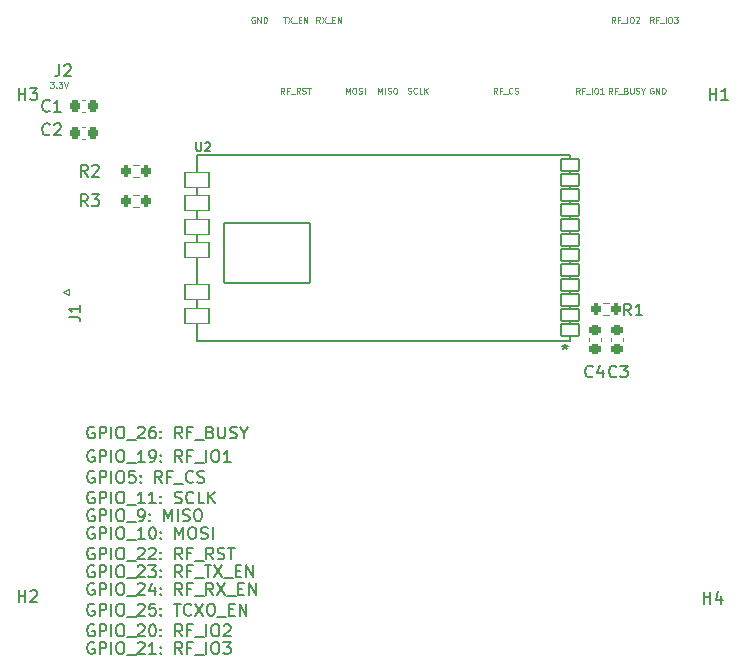
<source format=gto>
%TF.GenerationSoftware,KiCad,Pcbnew,8.0.5*%
%TF.CreationDate,2024-12-07T14:51:24-08:00*%
%TF.ProjectId,Groundstation_2400_Hat,47726f75-6e64-4737-9461-74696f6e5f32,v1.1*%
%TF.SameCoordinates,Original*%
%TF.FileFunction,Legend,Top*%
%TF.FilePolarity,Positive*%
%FSLAX46Y46*%
G04 Gerber Fmt 4.6, Leading zero omitted, Abs format (unit mm)*
G04 Created by KiCad (PCBNEW 8.0.5) date 2024-12-07 14:51:24*
%MOMM*%
%LPD*%
G01*
G04 APERTURE LIST*
G04 Aperture macros list*
%AMRoundRect*
0 Rectangle with rounded corners*
0 $1 Rounding radius*
0 $2 $3 $4 $5 $6 $7 $8 $9 X,Y pos of 4 corners*
0 Add a 4 corners polygon primitive as box body*
4,1,4,$2,$3,$4,$5,$6,$7,$8,$9,$2,$3,0*
0 Add four circle primitives for the rounded corners*
1,1,$1+$1,$2,$3*
1,1,$1+$1,$4,$5*
1,1,$1+$1,$6,$7*
1,1,$1+$1,$8,$9*
0 Add four rect primitives between the rounded corners*
20,1,$1+$1,$2,$3,$4,$5,0*
20,1,$1+$1,$4,$5,$6,$7,0*
20,1,$1+$1,$6,$7,$8,$9,0*
20,1,$1+$1,$8,$9,$2,$3,0*%
G04 Aperture macros list end*
%ADD10C,0.125000*%
%ADD11C,0.150000*%
%ADD12C,0.127000*%
%ADD13C,0.120000*%
%ADD14RoundRect,0.225000X-0.225000X-0.250000X0.225000X-0.250000X0.225000X0.250000X-0.225000X0.250000X0*%
%ADD15RoundRect,0.225000X-0.250000X0.225000X-0.250000X-0.225000X0.250000X-0.225000X0.250000X0.225000X0*%
%ADD16RoundRect,0.200000X-0.200000X-0.275000X0.200000X-0.275000X0.200000X0.275000X-0.200000X0.275000X0*%
%ADD17C,4.700000*%
%ADD18RoundRect,0.063500X0.750000X0.487500X-0.750000X0.487500X-0.750000X-0.487500X0.750000X-0.487500X0*%
%ADD19RoundRect,0.063500X1.000000X0.650000X-1.000000X0.650000X-1.000000X-0.650000X1.000000X-0.650000X0*%
%ADD20RoundRect,0.063500X3.650000X2.550000X-3.650000X2.550000X-3.650000X-2.550000X3.650000X-2.550000X0*%
%ADD21R,5.080000X1.500000*%
%ADD22R,5.040000X3.000000*%
%ADD23R,5.080000X3.000000*%
%ADD24RoundRect,0.200000X0.200000X0.275000X-0.200000X0.275000X-0.200000X-0.275000X0.200000X-0.275000X0*%
%ADD25R,1.700000X1.700000*%
%ADD26O,1.700000X1.700000*%
G04 APERTURE END LIST*
D10*
X143236997Y-106932309D02*
X143070331Y-106694214D01*
X142951283Y-106932309D02*
X142951283Y-106432309D01*
X142951283Y-106432309D02*
X143141759Y-106432309D01*
X143141759Y-106432309D02*
X143189378Y-106456119D01*
X143189378Y-106456119D02*
X143213188Y-106479928D01*
X143213188Y-106479928D02*
X143236997Y-106527547D01*
X143236997Y-106527547D02*
X143236997Y-106598976D01*
X143236997Y-106598976D02*
X143213188Y-106646595D01*
X143213188Y-106646595D02*
X143189378Y-106670404D01*
X143189378Y-106670404D02*
X143141759Y-106694214D01*
X143141759Y-106694214D02*
X142951283Y-106694214D01*
X143617950Y-106670404D02*
X143451283Y-106670404D01*
X143451283Y-106932309D02*
X143451283Y-106432309D01*
X143451283Y-106432309D02*
X143689378Y-106432309D01*
X143760807Y-106979928D02*
X144141759Y-106979928D01*
X144546520Y-106884690D02*
X144522711Y-106908500D01*
X144522711Y-106908500D02*
X144451282Y-106932309D01*
X144451282Y-106932309D02*
X144403663Y-106932309D01*
X144403663Y-106932309D02*
X144332235Y-106908500D01*
X144332235Y-106908500D02*
X144284616Y-106860880D01*
X144284616Y-106860880D02*
X144260806Y-106813261D01*
X144260806Y-106813261D02*
X144236997Y-106718023D01*
X144236997Y-106718023D02*
X144236997Y-106646595D01*
X144236997Y-106646595D02*
X144260806Y-106551357D01*
X144260806Y-106551357D02*
X144284616Y-106503738D01*
X144284616Y-106503738D02*
X144332235Y-106456119D01*
X144332235Y-106456119D02*
X144403663Y-106432309D01*
X144403663Y-106432309D02*
X144451282Y-106432309D01*
X144451282Y-106432309D02*
X144522711Y-106456119D01*
X144522711Y-106456119D02*
X144546520Y-106479928D01*
X144736997Y-106908500D02*
X144808425Y-106932309D01*
X144808425Y-106932309D02*
X144927473Y-106932309D01*
X144927473Y-106932309D02*
X144975092Y-106908500D01*
X144975092Y-106908500D02*
X144998901Y-106884690D01*
X144998901Y-106884690D02*
X145022711Y-106837071D01*
X145022711Y-106837071D02*
X145022711Y-106789452D01*
X145022711Y-106789452D02*
X144998901Y-106741833D01*
X144998901Y-106741833D02*
X144975092Y-106718023D01*
X144975092Y-106718023D02*
X144927473Y-106694214D01*
X144927473Y-106694214D02*
X144832235Y-106670404D01*
X144832235Y-106670404D02*
X144784616Y-106646595D01*
X144784616Y-106646595D02*
X144760806Y-106622785D01*
X144760806Y-106622785D02*
X144736997Y-106575166D01*
X144736997Y-106575166D02*
X144736997Y-106527547D01*
X144736997Y-106527547D02*
X144760806Y-106479928D01*
X144760806Y-106479928D02*
X144784616Y-106456119D01*
X144784616Y-106456119D02*
X144832235Y-106432309D01*
X144832235Y-106432309D02*
X144951282Y-106432309D01*
X144951282Y-106432309D02*
X145022711Y-106456119D01*
X122713188Y-100456119D02*
X122665569Y-100432309D01*
X122665569Y-100432309D02*
X122594140Y-100432309D01*
X122594140Y-100432309D02*
X122522712Y-100456119D01*
X122522712Y-100456119D02*
X122475093Y-100503738D01*
X122475093Y-100503738D02*
X122451283Y-100551357D01*
X122451283Y-100551357D02*
X122427474Y-100646595D01*
X122427474Y-100646595D02*
X122427474Y-100718023D01*
X122427474Y-100718023D02*
X122451283Y-100813261D01*
X122451283Y-100813261D02*
X122475093Y-100860880D01*
X122475093Y-100860880D02*
X122522712Y-100908500D01*
X122522712Y-100908500D02*
X122594140Y-100932309D01*
X122594140Y-100932309D02*
X122641759Y-100932309D01*
X122641759Y-100932309D02*
X122713188Y-100908500D01*
X122713188Y-100908500D02*
X122736997Y-100884690D01*
X122736997Y-100884690D02*
X122736997Y-100718023D01*
X122736997Y-100718023D02*
X122641759Y-100718023D01*
X122951283Y-100932309D02*
X122951283Y-100432309D01*
X122951283Y-100432309D02*
X123236997Y-100932309D01*
X123236997Y-100932309D02*
X123236997Y-100432309D01*
X123475093Y-100932309D02*
X123475093Y-100432309D01*
X123475093Y-100432309D02*
X123594141Y-100432309D01*
X123594141Y-100432309D02*
X123665569Y-100456119D01*
X123665569Y-100456119D02*
X123713188Y-100503738D01*
X123713188Y-100503738D02*
X123736998Y-100551357D01*
X123736998Y-100551357D02*
X123760807Y-100646595D01*
X123760807Y-100646595D02*
X123760807Y-100718023D01*
X123760807Y-100718023D02*
X123736998Y-100813261D01*
X123736998Y-100813261D02*
X123713188Y-100860880D01*
X123713188Y-100860880D02*
X123665569Y-100908500D01*
X123665569Y-100908500D02*
X123594141Y-100932309D01*
X123594141Y-100932309D02*
X123475093Y-100932309D01*
D11*
X109110588Y-148417438D02*
X109015350Y-148369819D01*
X109015350Y-148369819D02*
X108872493Y-148369819D01*
X108872493Y-148369819D02*
X108729636Y-148417438D01*
X108729636Y-148417438D02*
X108634398Y-148512676D01*
X108634398Y-148512676D02*
X108586779Y-148607914D01*
X108586779Y-148607914D02*
X108539160Y-148798390D01*
X108539160Y-148798390D02*
X108539160Y-148941247D01*
X108539160Y-148941247D02*
X108586779Y-149131723D01*
X108586779Y-149131723D02*
X108634398Y-149226961D01*
X108634398Y-149226961D02*
X108729636Y-149322200D01*
X108729636Y-149322200D02*
X108872493Y-149369819D01*
X108872493Y-149369819D02*
X108967731Y-149369819D01*
X108967731Y-149369819D02*
X109110588Y-149322200D01*
X109110588Y-149322200D02*
X109158207Y-149274580D01*
X109158207Y-149274580D02*
X109158207Y-148941247D01*
X109158207Y-148941247D02*
X108967731Y-148941247D01*
X109586779Y-149369819D02*
X109586779Y-148369819D01*
X109586779Y-148369819D02*
X109967731Y-148369819D01*
X109967731Y-148369819D02*
X110062969Y-148417438D01*
X110062969Y-148417438D02*
X110110588Y-148465057D01*
X110110588Y-148465057D02*
X110158207Y-148560295D01*
X110158207Y-148560295D02*
X110158207Y-148703152D01*
X110158207Y-148703152D02*
X110110588Y-148798390D01*
X110110588Y-148798390D02*
X110062969Y-148846009D01*
X110062969Y-148846009D02*
X109967731Y-148893628D01*
X109967731Y-148893628D02*
X109586779Y-148893628D01*
X110586779Y-149369819D02*
X110586779Y-148369819D01*
X111253445Y-148369819D02*
X111443921Y-148369819D01*
X111443921Y-148369819D02*
X111539159Y-148417438D01*
X111539159Y-148417438D02*
X111634397Y-148512676D01*
X111634397Y-148512676D02*
X111682016Y-148703152D01*
X111682016Y-148703152D02*
X111682016Y-149036485D01*
X111682016Y-149036485D02*
X111634397Y-149226961D01*
X111634397Y-149226961D02*
X111539159Y-149322200D01*
X111539159Y-149322200D02*
X111443921Y-149369819D01*
X111443921Y-149369819D02*
X111253445Y-149369819D01*
X111253445Y-149369819D02*
X111158207Y-149322200D01*
X111158207Y-149322200D02*
X111062969Y-149226961D01*
X111062969Y-149226961D02*
X111015350Y-149036485D01*
X111015350Y-149036485D02*
X111015350Y-148703152D01*
X111015350Y-148703152D02*
X111062969Y-148512676D01*
X111062969Y-148512676D02*
X111158207Y-148417438D01*
X111158207Y-148417438D02*
X111253445Y-148369819D01*
X111872493Y-149465057D02*
X112634397Y-149465057D01*
X112824874Y-148465057D02*
X112872493Y-148417438D01*
X112872493Y-148417438D02*
X112967731Y-148369819D01*
X112967731Y-148369819D02*
X113205826Y-148369819D01*
X113205826Y-148369819D02*
X113301064Y-148417438D01*
X113301064Y-148417438D02*
X113348683Y-148465057D01*
X113348683Y-148465057D02*
X113396302Y-148560295D01*
X113396302Y-148560295D02*
X113396302Y-148655533D01*
X113396302Y-148655533D02*
X113348683Y-148798390D01*
X113348683Y-148798390D02*
X112777255Y-149369819D01*
X112777255Y-149369819D02*
X113396302Y-149369819D01*
X114253445Y-148703152D02*
X114253445Y-149369819D01*
X114015350Y-148322200D02*
X113777255Y-149036485D01*
X113777255Y-149036485D02*
X114396302Y-149036485D01*
X114777255Y-149274580D02*
X114824874Y-149322200D01*
X114824874Y-149322200D02*
X114777255Y-149369819D01*
X114777255Y-149369819D02*
X114729636Y-149322200D01*
X114729636Y-149322200D02*
X114777255Y-149274580D01*
X114777255Y-149274580D02*
X114777255Y-149369819D01*
X114777255Y-148750771D02*
X114824874Y-148798390D01*
X114824874Y-148798390D02*
X114777255Y-148846009D01*
X114777255Y-148846009D02*
X114729636Y-148798390D01*
X114729636Y-148798390D02*
X114777255Y-148750771D01*
X114777255Y-148750771D02*
X114777255Y-148846009D01*
X116586778Y-149369819D02*
X116253445Y-148893628D01*
X116015350Y-149369819D02*
X116015350Y-148369819D01*
X116015350Y-148369819D02*
X116396302Y-148369819D01*
X116396302Y-148369819D02*
X116491540Y-148417438D01*
X116491540Y-148417438D02*
X116539159Y-148465057D01*
X116539159Y-148465057D02*
X116586778Y-148560295D01*
X116586778Y-148560295D02*
X116586778Y-148703152D01*
X116586778Y-148703152D02*
X116539159Y-148798390D01*
X116539159Y-148798390D02*
X116491540Y-148846009D01*
X116491540Y-148846009D02*
X116396302Y-148893628D01*
X116396302Y-148893628D02*
X116015350Y-148893628D01*
X117348683Y-148846009D02*
X117015350Y-148846009D01*
X117015350Y-149369819D02*
X117015350Y-148369819D01*
X117015350Y-148369819D02*
X117491540Y-148369819D01*
X117634398Y-149465057D02*
X118396302Y-149465057D01*
X119205826Y-149369819D02*
X118872493Y-148893628D01*
X118634398Y-149369819D02*
X118634398Y-148369819D01*
X118634398Y-148369819D02*
X119015350Y-148369819D01*
X119015350Y-148369819D02*
X119110588Y-148417438D01*
X119110588Y-148417438D02*
X119158207Y-148465057D01*
X119158207Y-148465057D02*
X119205826Y-148560295D01*
X119205826Y-148560295D02*
X119205826Y-148703152D01*
X119205826Y-148703152D02*
X119158207Y-148798390D01*
X119158207Y-148798390D02*
X119110588Y-148846009D01*
X119110588Y-148846009D02*
X119015350Y-148893628D01*
X119015350Y-148893628D02*
X118634398Y-148893628D01*
X119539160Y-148369819D02*
X120205826Y-149369819D01*
X120205826Y-148369819D02*
X119539160Y-149369819D01*
X120348684Y-149465057D02*
X121110588Y-149465057D01*
X121348684Y-148846009D02*
X121682017Y-148846009D01*
X121824874Y-149369819D02*
X121348684Y-149369819D01*
X121348684Y-149369819D02*
X121348684Y-148369819D01*
X121348684Y-148369819D02*
X121824874Y-148369819D01*
X122253446Y-149369819D02*
X122253446Y-148369819D01*
X122253446Y-148369819D02*
X122824874Y-149369819D01*
X122824874Y-149369819D02*
X122824874Y-148369819D01*
X109110588Y-140667438D02*
X109015350Y-140619819D01*
X109015350Y-140619819D02*
X108872493Y-140619819D01*
X108872493Y-140619819D02*
X108729636Y-140667438D01*
X108729636Y-140667438D02*
X108634398Y-140762676D01*
X108634398Y-140762676D02*
X108586779Y-140857914D01*
X108586779Y-140857914D02*
X108539160Y-141048390D01*
X108539160Y-141048390D02*
X108539160Y-141191247D01*
X108539160Y-141191247D02*
X108586779Y-141381723D01*
X108586779Y-141381723D02*
X108634398Y-141476961D01*
X108634398Y-141476961D02*
X108729636Y-141572200D01*
X108729636Y-141572200D02*
X108872493Y-141619819D01*
X108872493Y-141619819D02*
X108967731Y-141619819D01*
X108967731Y-141619819D02*
X109110588Y-141572200D01*
X109110588Y-141572200D02*
X109158207Y-141524580D01*
X109158207Y-141524580D02*
X109158207Y-141191247D01*
X109158207Y-141191247D02*
X108967731Y-141191247D01*
X109586779Y-141619819D02*
X109586779Y-140619819D01*
X109586779Y-140619819D02*
X109967731Y-140619819D01*
X109967731Y-140619819D02*
X110062969Y-140667438D01*
X110062969Y-140667438D02*
X110110588Y-140715057D01*
X110110588Y-140715057D02*
X110158207Y-140810295D01*
X110158207Y-140810295D02*
X110158207Y-140953152D01*
X110158207Y-140953152D02*
X110110588Y-141048390D01*
X110110588Y-141048390D02*
X110062969Y-141096009D01*
X110062969Y-141096009D02*
X109967731Y-141143628D01*
X109967731Y-141143628D02*
X109586779Y-141143628D01*
X110586779Y-141619819D02*
X110586779Y-140619819D01*
X111253445Y-140619819D02*
X111443921Y-140619819D01*
X111443921Y-140619819D02*
X111539159Y-140667438D01*
X111539159Y-140667438D02*
X111634397Y-140762676D01*
X111634397Y-140762676D02*
X111682016Y-140953152D01*
X111682016Y-140953152D02*
X111682016Y-141286485D01*
X111682016Y-141286485D02*
X111634397Y-141476961D01*
X111634397Y-141476961D02*
X111539159Y-141572200D01*
X111539159Y-141572200D02*
X111443921Y-141619819D01*
X111443921Y-141619819D02*
X111253445Y-141619819D01*
X111253445Y-141619819D02*
X111158207Y-141572200D01*
X111158207Y-141572200D02*
X111062969Y-141476961D01*
X111062969Y-141476961D02*
X111015350Y-141286485D01*
X111015350Y-141286485D02*
X111015350Y-140953152D01*
X111015350Y-140953152D02*
X111062969Y-140762676D01*
X111062969Y-140762676D02*
X111158207Y-140667438D01*
X111158207Y-140667438D02*
X111253445Y-140619819D01*
X111872493Y-141715057D02*
X112634397Y-141715057D01*
X113396302Y-141619819D02*
X112824874Y-141619819D01*
X113110588Y-141619819D02*
X113110588Y-140619819D01*
X113110588Y-140619819D02*
X113015350Y-140762676D01*
X113015350Y-140762676D02*
X112920112Y-140857914D01*
X112920112Y-140857914D02*
X112824874Y-140905533D01*
X114348683Y-141619819D02*
X113777255Y-141619819D01*
X114062969Y-141619819D02*
X114062969Y-140619819D01*
X114062969Y-140619819D02*
X113967731Y-140762676D01*
X113967731Y-140762676D02*
X113872493Y-140857914D01*
X113872493Y-140857914D02*
X113777255Y-140905533D01*
X114777255Y-141524580D02*
X114824874Y-141572200D01*
X114824874Y-141572200D02*
X114777255Y-141619819D01*
X114777255Y-141619819D02*
X114729636Y-141572200D01*
X114729636Y-141572200D02*
X114777255Y-141524580D01*
X114777255Y-141524580D02*
X114777255Y-141619819D01*
X114777255Y-141000771D02*
X114824874Y-141048390D01*
X114824874Y-141048390D02*
X114777255Y-141096009D01*
X114777255Y-141096009D02*
X114729636Y-141048390D01*
X114729636Y-141048390D02*
X114777255Y-141000771D01*
X114777255Y-141000771D02*
X114777255Y-141096009D01*
X115967731Y-141572200D02*
X116110588Y-141619819D01*
X116110588Y-141619819D02*
X116348683Y-141619819D01*
X116348683Y-141619819D02*
X116443921Y-141572200D01*
X116443921Y-141572200D02*
X116491540Y-141524580D01*
X116491540Y-141524580D02*
X116539159Y-141429342D01*
X116539159Y-141429342D02*
X116539159Y-141334104D01*
X116539159Y-141334104D02*
X116491540Y-141238866D01*
X116491540Y-141238866D02*
X116443921Y-141191247D01*
X116443921Y-141191247D02*
X116348683Y-141143628D01*
X116348683Y-141143628D02*
X116158207Y-141096009D01*
X116158207Y-141096009D02*
X116062969Y-141048390D01*
X116062969Y-141048390D02*
X116015350Y-141000771D01*
X116015350Y-141000771D02*
X115967731Y-140905533D01*
X115967731Y-140905533D02*
X115967731Y-140810295D01*
X115967731Y-140810295D02*
X116015350Y-140715057D01*
X116015350Y-140715057D02*
X116062969Y-140667438D01*
X116062969Y-140667438D02*
X116158207Y-140619819D01*
X116158207Y-140619819D02*
X116396302Y-140619819D01*
X116396302Y-140619819D02*
X116539159Y-140667438D01*
X117539159Y-141524580D02*
X117491540Y-141572200D01*
X117491540Y-141572200D02*
X117348683Y-141619819D01*
X117348683Y-141619819D02*
X117253445Y-141619819D01*
X117253445Y-141619819D02*
X117110588Y-141572200D01*
X117110588Y-141572200D02*
X117015350Y-141476961D01*
X117015350Y-141476961D02*
X116967731Y-141381723D01*
X116967731Y-141381723D02*
X116920112Y-141191247D01*
X116920112Y-141191247D02*
X116920112Y-141048390D01*
X116920112Y-141048390D02*
X116967731Y-140857914D01*
X116967731Y-140857914D02*
X117015350Y-140762676D01*
X117015350Y-140762676D02*
X117110588Y-140667438D01*
X117110588Y-140667438D02*
X117253445Y-140619819D01*
X117253445Y-140619819D02*
X117348683Y-140619819D01*
X117348683Y-140619819D02*
X117491540Y-140667438D01*
X117491540Y-140667438D02*
X117539159Y-140715057D01*
X118443921Y-141619819D02*
X117967731Y-141619819D01*
X117967731Y-141619819D02*
X117967731Y-140619819D01*
X118777255Y-141619819D02*
X118777255Y-140619819D01*
X119348683Y-141619819D02*
X118920112Y-141048390D01*
X119348683Y-140619819D02*
X118777255Y-141191247D01*
D10*
X153236997Y-100932309D02*
X153070331Y-100694214D01*
X152951283Y-100932309D02*
X152951283Y-100432309D01*
X152951283Y-100432309D02*
X153141759Y-100432309D01*
X153141759Y-100432309D02*
X153189378Y-100456119D01*
X153189378Y-100456119D02*
X153213188Y-100479928D01*
X153213188Y-100479928D02*
X153236997Y-100527547D01*
X153236997Y-100527547D02*
X153236997Y-100598976D01*
X153236997Y-100598976D02*
X153213188Y-100646595D01*
X153213188Y-100646595D02*
X153189378Y-100670404D01*
X153189378Y-100670404D02*
X153141759Y-100694214D01*
X153141759Y-100694214D02*
X152951283Y-100694214D01*
X153617950Y-100670404D02*
X153451283Y-100670404D01*
X153451283Y-100932309D02*
X153451283Y-100432309D01*
X153451283Y-100432309D02*
X153689378Y-100432309D01*
X153760807Y-100979928D02*
X154141759Y-100979928D01*
X154260806Y-100932309D02*
X154260806Y-100432309D01*
X154594139Y-100432309D02*
X154689377Y-100432309D01*
X154689377Y-100432309D02*
X154736996Y-100456119D01*
X154736996Y-100456119D02*
X154784615Y-100503738D01*
X154784615Y-100503738D02*
X154808425Y-100598976D01*
X154808425Y-100598976D02*
X154808425Y-100765642D01*
X154808425Y-100765642D02*
X154784615Y-100860880D01*
X154784615Y-100860880D02*
X154736996Y-100908500D01*
X154736996Y-100908500D02*
X154689377Y-100932309D01*
X154689377Y-100932309D02*
X154594139Y-100932309D01*
X154594139Y-100932309D02*
X154546520Y-100908500D01*
X154546520Y-100908500D02*
X154498901Y-100860880D01*
X154498901Y-100860880D02*
X154475092Y-100765642D01*
X154475092Y-100765642D02*
X154475092Y-100598976D01*
X154475092Y-100598976D02*
X154498901Y-100503738D01*
X154498901Y-100503738D02*
X154546520Y-100456119D01*
X154546520Y-100456119D02*
X154594139Y-100432309D01*
X154998902Y-100479928D02*
X155022711Y-100456119D01*
X155022711Y-100456119D02*
X155070330Y-100432309D01*
X155070330Y-100432309D02*
X155189378Y-100432309D01*
X155189378Y-100432309D02*
X155236997Y-100456119D01*
X155236997Y-100456119D02*
X155260806Y-100479928D01*
X155260806Y-100479928D02*
X155284616Y-100527547D01*
X155284616Y-100527547D02*
X155284616Y-100575166D01*
X155284616Y-100575166D02*
X155260806Y-100646595D01*
X155260806Y-100646595D02*
X154975092Y-100932309D01*
X154975092Y-100932309D02*
X155284616Y-100932309D01*
D11*
X109110588Y-135167438D02*
X109015350Y-135119819D01*
X109015350Y-135119819D02*
X108872493Y-135119819D01*
X108872493Y-135119819D02*
X108729636Y-135167438D01*
X108729636Y-135167438D02*
X108634398Y-135262676D01*
X108634398Y-135262676D02*
X108586779Y-135357914D01*
X108586779Y-135357914D02*
X108539160Y-135548390D01*
X108539160Y-135548390D02*
X108539160Y-135691247D01*
X108539160Y-135691247D02*
X108586779Y-135881723D01*
X108586779Y-135881723D02*
X108634398Y-135976961D01*
X108634398Y-135976961D02*
X108729636Y-136072200D01*
X108729636Y-136072200D02*
X108872493Y-136119819D01*
X108872493Y-136119819D02*
X108967731Y-136119819D01*
X108967731Y-136119819D02*
X109110588Y-136072200D01*
X109110588Y-136072200D02*
X109158207Y-136024580D01*
X109158207Y-136024580D02*
X109158207Y-135691247D01*
X109158207Y-135691247D02*
X108967731Y-135691247D01*
X109586779Y-136119819D02*
X109586779Y-135119819D01*
X109586779Y-135119819D02*
X109967731Y-135119819D01*
X109967731Y-135119819D02*
X110062969Y-135167438D01*
X110062969Y-135167438D02*
X110110588Y-135215057D01*
X110110588Y-135215057D02*
X110158207Y-135310295D01*
X110158207Y-135310295D02*
X110158207Y-135453152D01*
X110158207Y-135453152D02*
X110110588Y-135548390D01*
X110110588Y-135548390D02*
X110062969Y-135596009D01*
X110062969Y-135596009D02*
X109967731Y-135643628D01*
X109967731Y-135643628D02*
X109586779Y-135643628D01*
X110586779Y-136119819D02*
X110586779Y-135119819D01*
X111253445Y-135119819D02*
X111443921Y-135119819D01*
X111443921Y-135119819D02*
X111539159Y-135167438D01*
X111539159Y-135167438D02*
X111634397Y-135262676D01*
X111634397Y-135262676D02*
X111682016Y-135453152D01*
X111682016Y-135453152D02*
X111682016Y-135786485D01*
X111682016Y-135786485D02*
X111634397Y-135976961D01*
X111634397Y-135976961D02*
X111539159Y-136072200D01*
X111539159Y-136072200D02*
X111443921Y-136119819D01*
X111443921Y-136119819D02*
X111253445Y-136119819D01*
X111253445Y-136119819D02*
X111158207Y-136072200D01*
X111158207Y-136072200D02*
X111062969Y-135976961D01*
X111062969Y-135976961D02*
X111015350Y-135786485D01*
X111015350Y-135786485D02*
X111015350Y-135453152D01*
X111015350Y-135453152D02*
X111062969Y-135262676D01*
X111062969Y-135262676D02*
X111158207Y-135167438D01*
X111158207Y-135167438D02*
X111253445Y-135119819D01*
X111872493Y-136215057D02*
X112634397Y-136215057D01*
X112824874Y-135215057D02*
X112872493Y-135167438D01*
X112872493Y-135167438D02*
X112967731Y-135119819D01*
X112967731Y-135119819D02*
X113205826Y-135119819D01*
X113205826Y-135119819D02*
X113301064Y-135167438D01*
X113301064Y-135167438D02*
X113348683Y-135215057D01*
X113348683Y-135215057D02*
X113396302Y-135310295D01*
X113396302Y-135310295D02*
X113396302Y-135405533D01*
X113396302Y-135405533D02*
X113348683Y-135548390D01*
X113348683Y-135548390D02*
X112777255Y-136119819D01*
X112777255Y-136119819D02*
X113396302Y-136119819D01*
X114253445Y-135119819D02*
X114062969Y-135119819D01*
X114062969Y-135119819D02*
X113967731Y-135167438D01*
X113967731Y-135167438D02*
X113920112Y-135215057D01*
X113920112Y-135215057D02*
X113824874Y-135357914D01*
X113824874Y-135357914D02*
X113777255Y-135548390D01*
X113777255Y-135548390D02*
X113777255Y-135929342D01*
X113777255Y-135929342D02*
X113824874Y-136024580D01*
X113824874Y-136024580D02*
X113872493Y-136072200D01*
X113872493Y-136072200D02*
X113967731Y-136119819D01*
X113967731Y-136119819D02*
X114158207Y-136119819D01*
X114158207Y-136119819D02*
X114253445Y-136072200D01*
X114253445Y-136072200D02*
X114301064Y-136024580D01*
X114301064Y-136024580D02*
X114348683Y-135929342D01*
X114348683Y-135929342D02*
X114348683Y-135691247D01*
X114348683Y-135691247D02*
X114301064Y-135596009D01*
X114301064Y-135596009D02*
X114253445Y-135548390D01*
X114253445Y-135548390D02*
X114158207Y-135500771D01*
X114158207Y-135500771D02*
X113967731Y-135500771D01*
X113967731Y-135500771D02*
X113872493Y-135548390D01*
X113872493Y-135548390D02*
X113824874Y-135596009D01*
X113824874Y-135596009D02*
X113777255Y-135691247D01*
X114777255Y-136024580D02*
X114824874Y-136072200D01*
X114824874Y-136072200D02*
X114777255Y-136119819D01*
X114777255Y-136119819D02*
X114729636Y-136072200D01*
X114729636Y-136072200D02*
X114777255Y-136024580D01*
X114777255Y-136024580D02*
X114777255Y-136119819D01*
X114777255Y-135500771D02*
X114824874Y-135548390D01*
X114824874Y-135548390D02*
X114777255Y-135596009D01*
X114777255Y-135596009D02*
X114729636Y-135548390D01*
X114729636Y-135548390D02*
X114777255Y-135500771D01*
X114777255Y-135500771D02*
X114777255Y-135596009D01*
X116586778Y-136119819D02*
X116253445Y-135643628D01*
X116015350Y-136119819D02*
X116015350Y-135119819D01*
X116015350Y-135119819D02*
X116396302Y-135119819D01*
X116396302Y-135119819D02*
X116491540Y-135167438D01*
X116491540Y-135167438D02*
X116539159Y-135215057D01*
X116539159Y-135215057D02*
X116586778Y-135310295D01*
X116586778Y-135310295D02*
X116586778Y-135453152D01*
X116586778Y-135453152D02*
X116539159Y-135548390D01*
X116539159Y-135548390D02*
X116491540Y-135596009D01*
X116491540Y-135596009D02*
X116396302Y-135643628D01*
X116396302Y-135643628D02*
X116015350Y-135643628D01*
X117348683Y-135596009D02*
X117015350Y-135596009D01*
X117015350Y-136119819D02*
X117015350Y-135119819D01*
X117015350Y-135119819D02*
X117491540Y-135119819D01*
X117634398Y-136215057D02*
X118396302Y-136215057D01*
X118967731Y-135596009D02*
X119110588Y-135643628D01*
X119110588Y-135643628D02*
X119158207Y-135691247D01*
X119158207Y-135691247D02*
X119205826Y-135786485D01*
X119205826Y-135786485D02*
X119205826Y-135929342D01*
X119205826Y-135929342D02*
X119158207Y-136024580D01*
X119158207Y-136024580D02*
X119110588Y-136072200D01*
X119110588Y-136072200D02*
X119015350Y-136119819D01*
X119015350Y-136119819D02*
X118634398Y-136119819D01*
X118634398Y-136119819D02*
X118634398Y-135119819D01*
X118634398Y-135119819D02*
X118967731Y-135119819D01*
X118967731Y-135119819D02*
X119062969Y-135167438D01*
X119062969Y-135167438D02*
X119110588Y-135215057D01*
X119110588Y-135215057D02*
X119158207Y-135310295D01*
X119158207Y-135310295D02*
X119158207Y-135405533D01*
X119158207Y-135405533D02*
X119110588Y-135500771D01*
X119110588Y-135500771D02*
X119062969Y-135548390D01*
X119062969Y-135548390D02*
X118967731Y-135596009D01*
X118967731Y-135596009D02*
X118634398Y-135596009D01*
X119634398Y-135119819D02*
X119634398Y-135929342D01*
X119634398Y-135929342D02*
X119682017Y-136024580D01*
X119682017Y-136024580D02*
X119729636Y-136072200D01*
X119729636Y-136072200D02*
X119824874Y-136119819D01*
X119824874Y-136119819D02*
X120015350Y-136119819D01*
X120015350Y-136119819D02*
X120110588Y-136072200D01*
X120110588Y-136072200D02*
X120158207Y-136024580D01*
X120158207Y-136024580D02*
X120205826Y-135929342D01*
X120205826Y-135929342D02*
X120205826Y-135119819D01*
X120634398Y-136072200D02*
X120777255Y-136119819D01*
X120777255Y-136119819D02*
X121015350Y-136119819D01*
X121015350Y-136119819D02*
X121110588Y-136072200D01*
X121110588Y-136072200D02*
X121158207Y-136024580D01*
X121158207Y-136024580D02*
X121205826Y-135929342D01*
X121205826Y-135929342D02*
X121205826Y-135834104D01*
X121205826Y-135834104D02*
X121158207Y-135738866D01*
X121158207Y-135738866D02*
X121110588Y-135691247D01*
X121110588Y-135691247D02*
X121015350Y-135643628D01*
X121015350Y-135643628D02*
X120824874Y-135596009D01*
X120824874Y-135596009D02*
X120729636Y-135548390D01*
X120729636Y-135548390D02*
X120682017Y-135500771D01*
X120682017Y-135500771D02*
X120634398Y-135405533D01*
X120634398Y-135405533D02*
X120634398Y-135310295D01*
X120634398Y-135310295D02*
X120682017Y-135215057D01*
X120682017Y-135215057D02*
X120729636Y-135167438D01*
X120729636Y-135167438D02*
X120824874Y-135119819D01*
X120824874Y-135119819D02*
X121062969Y-135119819D01*
X121062969Y-135119819D02*
X121205826Y-135167438D01*
X121824874Y-135643628D02*
X121824874Y-136119819D01*
X121491541Y-135119819D02*
X121824874Y-135643628D01*
X121824874Y-135643628D02*
X122158207Y-135119819D01*
X109110588Y-142167438D02*
X109015350Y-142119819D01*
X109015350Y-142119819D02*
X108872493Y-142119819D01*
X108872493Y-142119819D02*
X108729636Y-142167438D01*
X108729636Y-142167438D02*
X108634398Y-142262676D01*
X108634398Y-142262676D02*
X108586779Y-142357914D01*
X108586779Y-142357914D02*
X108539160Y-142548390D01*
X108539160Y-142548390D02*
X108539160Y-142691247D01*
X108539160Y-142691247D02*
X108586779Y-142881723D01*
X108586779Y-142881723D02*
X108634398Y-142976961D01*
X108634398Y-142976961D02*
X108729636Y-143072200D01*
X108729636Y-143072200D02*
X108872493Y-143119819D01*
X108872493Y-143119819D02*
X108967731Y-143119819D01*
X108967731Y-143119819D02*
X109110588Y-143072200D01*
X109110588Y-143072200D02*
X109158207Y-143024580D01*
X109158207Y-143024580D02*
X109158207Y-142691247D01*
X109158207Y-142691247D02*
X108967731Y-142691247D01*
X109586779Y-143119819D02*
X109586779Y-142119819D01*
X109586779Y-142119819D02*
X109967731Y-142119819D01*
X109967731Y-142119819D02*
X110062969Y-142167438D01*
X110062969Y-142167438D02*
X110110588Y-142215057D01*
X110110588Y-142215057D02*
X110158207Y-142310295D01*
X110158207Y-142310295D02*
X110158207Y-142453152D01*
X110158207Y-142453152D02*
X110110588Y-142548390D01*
X110110588Y-142548390D02*
X110062969Y-142596009D01*
X110062969Y-142596009D02*
X109967731Y-142643628D01*
X109967731Y-142643628D02*
X109586779Y-142643628D01*
X110586779Y-143119819D02*
X110586779Y-142119819D01*
X111253445Y-142119819D02*
X111443921Y-142119819D01*
X111443921Y-142119819D02*
X111539159Y-142167438D01*
X111539159Y-142167438D02*
X111634397Y-142262676D01*
X111634397Y-142262676D02*
X111682016Y-142453152D01*
X111682016Y-142453152D02*
X111682016Y-142786485D01*
X111682016Y-142786485D02*
X111634397Y-142976961D01*
X111634397Y-142976961D02*
X111539159Y-143072200D01*
X111539159Y-143072200D02*
X111443921Y-143119819D01*
X111443921Y-143119819D02*
X111253445Y-143119819D01*
X111253445Y-143119819D02*
X111158207Y-143072200D01*
X111158207Y-143072200D02*
X111062969Y-142976961D01*
X111062969Y-142976961D02*
X111015350Y-142786485D01*
X111015350Y-142786485D02*
X111015350Y-142453152D01*
X111015350Y-142453152D02*
X111062969Y-142262676D01*
X111062969Y-142262676D02*
X111158207Y-142167438D01*
X111158207Y-142167438D02*
X111253445Y-142119819D01*
X111872493Y-143215057D02*
X112634397Y-143215057D01*
X112920112Y-143119819D02*
X113110588Y-143119819D01*
X113110588Y-143119819D02*
X113205826Y-143072200D01*
X113205826Y-143072200D02*
X113253445Y-143024580D01*
X113253445Y-143024580D02*
X113348683Y-142881723D01*
X113348683Y-142881723D02*
X113396302Y-142691247D01*
X113396302Y-142691247D02*
X113396302Y-142310295D01*
X113396302Y-142310295D02*
X113348683Y-142215057D01*
X113348683Y-142215057D02*
X113301064Y-142167438D01*
X113301064Y-142167438D02*
X113205826Y-142119819D01*
X113205826Y-142119819D02*
X113015350Y-142119819D01*
X113015350Y-142119819D02*
X112920112Y-142167438D01*
X112920112Y-142167438D02*
X112872493Y-142215057D01*
X112872493Y-142215057D02*
X112824874Y-142310295D01*
X112824874Y-142310295D02*
X112824874Y-142548390D01*
X112824874Y-142548390D02*
X112872493Y-142643628D01*
X112872493Y-142643628D02*
X112920112Y-142691247D01*
X112920112Y-142691247D02*
X113015350Y-142738866D01*
X113015350Y-142738866D02*
X113205826Y-142738866D01*
X113205826Y-142738866D02*
X113301064Y-142691247D01*
X113301064Y-142691247D02*
X113348683Y-142643628D01*
X113348683Y-142643628D02*
X113396302Y-142548390D01*
X113824874Y-143024580D02*
X113872493Y-143072200D01*
X113872493Y-143072200D02*
X113824874Y-143119819D01*
X113824874Y-143119819D02*
X113777255Y-143072200D01*
X113777255Y-143072200D02*
X113824874Y-143024580D01*
X113824874Y-143024580D02*
X113824874Y-143119819D01*
X113824874Y-142500771D02*
X113872493Y-142548390D01*
X113872493Y-142548390D02*
X113824874Y-142596009D01*
X113824874Y-142596009D02*
X113777255Y-142548390D01*
X113777255Y-142548390D02*
X113824874Y-142500771D01*
X113824874Y-142500771D02*
X113824874Y-142596009D01*
X115062969Y-143119819D02*
X115062969Y-142119819D01*
X115062969Y-142119819D02*
X115396302Y-142834104D01*
X115396302Y-142834104D02*
X115729635Y-142119819D01*
X115729635Y-142119819D02*
X115729635Y-143119819D01*
X116205826Y-143119819D02*
X116205826Y-142119819D01*
X116634397Y-143072200D02*
X116777254Y-143119819D01*
X116777254Y-143119819D02*
X117015349Y-143119819D01*
X117015349Y-143119819D02*
X117110587Y-143072200D01*
X117110587Y-143072200D02*
X117158206Y-143024580D01*
X117158206Y-143024580D02*
X117205825Y-142929342D01*
X117205825Y-142929342D02*
X117205825Y-142834104D01*
X117205825Y-142834104D02*
X117158206Y-142738866D01*
X117158206Y-142738866D02*
X117110587Y-142691247D01*
X117110587Y-142691247D02*
X117015349Y-142643628D01*
X117015349Y-142643628D02*
X116824873Y-142596009D01*
X116824873Y-142596009D02*
X116729635Y-142548390D01*
X116729635Y-142548390D02*
X116682016Y-142500771D01*
X116682016Y-142500771D02*
X116634397Y-142405533D01*
X116634397Y-142405533D02*
X116634397Y-142310295D01*
X116634397Y-142310295D02*
X116682016Y-142215057D01*
X116682016Y-142215057D02*
X116729635Y-142167438D01*
X116729635Y-142167438D02*
X116824873Y-142119819D01*
X116824873Y-142119819D02*
X117062968Y-142119819D01*
X117062968Y-142119819D02*
X117205825Y-142167438D01*
X117824873Y-142119819D02*
X118015349Y-142119819D01*
X118015349Y-142119819D02*
X118110587Y-142167438D01*
X118110587Y-142167438D02*
X118205825Y-142262676D01*
X118205825Y-142262676D02*
X118253444Y-142453152D01*
X118253444Y-142453152D02*
X118253444Y-142786485D01*
X118253444Y-142786485D02*
X118205825Y-142976961D01*
X118205825Y-142976961D02*
X118110587Y-143072200D01*
X118110587Y-143072200D02*
X118015349Y-143119819D01*
X118015349Y-143119819D02*
X117824873Y-143119819D01*
X117824873Y-143119819D02*
X117729635Y-143072200D01*
X117729635Y-143072200D02*
X117634397Y-142976961D01*
X117634397Y-142976961D02*
X117586778Y-142786485D01*
X117586778Y-142786485D02*
X117586778Y-142453152D01*
X117586778Y-142453152D02*
X117634397Y-142262676D01*
X117634397Y-142262676D02*
X117729635Y-142167438D01*
X117729635Y-142167438D02*
X117824873Y-142119819D01*
D10*
X135677474Y-106908500D02*
X135748902Y-106932309D01*
X135748902Y-106932309D02*
X135867950Y-106932309D01*
X135867950Y-106932309D02*
X135915569Y-106908500D01*
X135915569Y-106908500D02*
X135939378Y-106884690D01*
X135939378Y-106884690D02*
X135963188Y-106837071D01*
X135963188Y-106837071D02*
X135963188Y-106789452D01*
X135963188Y-106789452D02*
X135939378Y-106741833D01*
X135939378Y-106741833D02*
X135915569Y-106718023D01*
X135915569Y-106718023D02*
X135867950Y-106694214D01*
X135867950Y-106694214D02*
X135772712Y-106670404D01*
X135772712Y-106670404D02*
X135725093Y-106646595D01*
X135725093Y-106646595D02*
X135701283Y-106622785D01*
X135701283Y-106622785D02*
X135677474Y-106575166D01*
X135677474Y-106575166D02*
X135677474Y-106527547D01*
X135677474Y-106527547D02*
X135701283Y-106479928D01*
X135701283Y-106479928D02*
X135725093Y-106456119D01*
X135725093Y-106456119D02*
X135772712Y-106432309D01*
X135772712Y-106432309D02*
X135891759Y-106432309D01*
X135891759Y-106432309D02*
X135963188Y-106456119D01*
X136463187Y-106884690D02*
X136439378Y-106908500D01*
X136439378Y-106908500D02*
X136367949Y-106932309D01*
X136367949Y-106932309D02*
X136320330Y-106932309D01*
X136320330Y-106932309D02*
X136248902Y-106908500D01*
X136248902Y-106908500D02*
X136201283Y-106860880D01*
X136201283Y-106860880D02*
X136177473Y-106813261D01*
X136177473Y-106813261D02*
X136153664Y-106718023D01*
X136153664Y-106718023D02*
X136153664Y-106646595D01*
X136153664Y-106646595D02*
X136177473Y-106551357D01*
X136177473Y-106551357D02*
X136201283Y-106503738D01*
X136201283Y-106503738D02*
X136248902Y-106456119D01*
X136248902Y-106456119D02*
X136320330Y-106432309D01*
X136320330Y-106432309D02*
X136367949Y-106432309D01*
X136367949Y-106432309D02*
X136439378Y-106456119D01*
X136439378Y-106456119D02*
X136463187Y-106479928D01*
X136915568Y-106932309D02*
X136677473Y-106932309D01*
X136677473Y-106932309D02*
X136677473Y-106432309D01*
X137082235Y-106932309D02*
X137082235Y-106432309D01*
X137367949Y-106932309D02*
X137153664Y-106646595D01*
X137367949Y-106432309D02*
X137082235Y-106718023D01*
D11*
X109110588Y-143667438D02*
X109015350Y-143619819D01*
X109015350Y-143619819D02*
X108872493Y-143619819D01*
X108872493Y-143619819D02*
X108729636Y-143667438D01*
X108729636Y-143667438D02*
X108634398Y-143762676D01*
X108634398Y-143762676D02*
X108586779Y-143857914D01*
X108586779Y-143857914D02*
X108539160Y-144048390D01*
X108539160Y-144048390D02*
X108539160Y-144191247D01*
X108539160Y-144191247D02*
X108586779Y-144381723D01*
X108586779Y-144381723D02*
X108634398Y-144476961D01*
X108634398Y-144476961D02*
X108729636Y-144572200D01*
X108729636Y-144572200D02*
X108872493Y-144619819D01*
X108872493Y-144619819D02*
X108967731Y-144619819D01*
X108967731Y-144619819D02*
X109110588Y-144572200D01*
X109110588Y-144572200D02*
X109158207Y-144524580D01*
X109158207Y-144524580D02*
X109158207Y-144191247D01*
X109158207Y-144191247D02*
X108967731Y-144191247D01*
X109586779Y-144619819D02*
X109586779Y-143619819D01*
X109586779Y-143619819D02*
X109967731Y-143619819D01*
X109967731Y-143619819D02*
X110062969Y-143667438D01*
X110062969Y-143667438D02*
X110110588Y-143715057D01*
X110110588Y-143715057D02*
X110158207Y-143810295D01*
X110158207Y-143810295D02*
X110158207Y-143953152D01*
X110158207Y-143953152D02*
X110110588Y-144048390D01*
X110110588Y-144048390D02*
X110062969Y-144096009D01*
X110062969Y-144096009D02*
X109967731Y-144143628D01*
X109967731Y-144143628D02*
X109586779Y-144143628D01*
X110586779Y-144619819D02*
X110586779Y-143619819D01*
X111253445Y-143619819D02*
X111443921Y-143619819D01*
X111443921Y-143619819D02*
X111539159Y-143667438D01*
X111539159Y-143667438D02*
X111634397Y-143762676D01*
X111634397Y-143762676D02*
X111682016Y-143953152D01*
X111682016Y-143953152D02*
X111682016Y-144286485D01*
X111682016Y-144286485D02*
X111634397Y-144476961D01*
X111634397Y-144476961D02*
X111539159Y-144572200D01*
X111539159Y-144572200D02*
X111443921Y-144619819D01*
X111443921Y-144619819D02*
X111253445Y-144619819D01*
X111253445Y-144619819D02*
X111158207Y-144572200D01*
X111158207Y-144572200D02*
X111062969Y-144476961D01*
X111062969Y-144476961D02*
X111015350Y-144286485D01*
X111015350Y-144286485D02*
X111015350Y-143953152D01*
X111015350Y-143953152D02*
X111062969Y-143762676D01*
X111062969Y-143762676D02*
X111158207Y-143667438D01*
X111158207Y-143667438D02*
X111253445Y-143619819D01*
X111872493Y-144715057D02*
X112634397Y-144715057D01*
X113396302Y-144619819D02*
X112824874Y-144619819D01*
X113110588Y-144619819D02*
X113110588Y-143619819D01*
X113110588Y-143619819D02*
X113015350Y-143762676D01*
X113015350Y-143762676D02*
X112920112Y-143857914D01*
X112920112Y-143857914D02*
X112824874Y-143905533D01*
X114015350Y-143619819D02*
X114110588Y-143619819D01*
X114110588Y-143619819D02*
X114205826Y-143667438D01*
X114205826Y-143667438D02*
X114253445Y-143715057D01*
X114253445Y-143715057D02*
X114301064Y-143810295D01*
X114301064Y-143810295D02*
X114348683Y-144000771D01*
X114348683Y-144000771D02*
X114348683Y-144238866D01*
X114348683Y-144238866D02*
X114301064Y-144429342D01*
X114301064Y-144429342D02*
X114253445Y-144524580D01*
X114253445Y-144524580D02*
X114205826Y-144572200D01*
X114205826Y-144572200D02*
X114110588Y-144619819D01*
X114110588Y-144619819D02*
X114015350Y-144619819D01*
X114015350Y-144619819D02*
X113920112Y-144572200D01*
X113920112Y-144572200D02*
X113872493Y-144524580D01*
X113872493Y-144524580D02*
X113824874Y-144429342D01*
X113824874Y-144429342D02*
X113777255Y-144238866D01*
X113777255Y-144238866D02*
X113777255Y-144000771D01*
X113777255Y-144000771D02*
X113824874Y-143810295D01*
X113824874Y-143810295D02*
X113872493Y-143715057D01*
X113872493Y-143715057D02*
X113920112Y-143667438D01*
X113920112Y-143667438D02*
X114015350Y-143619819D01*
X114777255Y-144524580D02*
X114824874Y-144572200D01*
X114824874Y-144572200D02*
X114777255Y-144619819D01*
X114777255Y-144619819D02*
X114729636Y-144572200D01*
X114729636Y-144572200D02*
X114777255Y-144524580D01*
X114777255Y-144524580D02*
X114777255Y-144619819D01*
X114777255Y-144000771D02*
X114824874Y-144048390D01*
X114824874Y-144048390D02*
X114777255Y-144096009D01*
X114777255Y-144096009D02*
X114729636Y-144048390D01*
X114729636Y-144048390D02*
X114777255Y-144000771D01*
X114777255Y-144000771D02*
X114777255Y-144096009D01*
X116015350Y-144619819D02*
X116015350Y-143619819D01*
X116015350Y-143619819D02*
X116348683Y-144334104D01*
X116348683Y-144334104D02*
X116682016Y-143619819D01*
X116682016Y-143619819D02*
X116682016Y-144619819D01*
X117348683Y-143619819D02*
X117539159Y-143619819D01*
X117539159Y-143619819D02*
X117634397Y-143667438D01*
X117634397Y-143667438D02*
X117729635Y-143762676D01*
X117729635Y-143762676D02*
X117777254Y-143953152D01*
X117777254Y-143953152D02*
X117777254Y-144286485D01*
X117777254Y-144286485D02*
X117729635Y-144476961D01*
X117729635Y-144476961D02*
X117634397Y-144572200D01*
X117634397Y-144572200D02*
X117539159Y-144619819D01*
X117539159Y-144619819D02*
X117348683Y-144619819D01*
X117348683Y-144619819D02*
X117253445Y-144572200D01*
X117253445Y-144572200D02*
X117158207Y-144476961D01*
X117158207Y-144476961D02*
X117110588Y-144286485D01*
X117110588Y-144286485D02*
X117110588Y-143953152D01*
X117110588Y-143953152D02*
X117158207Y-143762676D01*
X117158207Y-143762676D02*
X117253445Y-143667438D01*
X117253445Y-143667438D02*
X117348683Y-143619819D01*
X118158207Y-144572200D02*
X118301064Y-144619819D01*
X118301064Y-144619819D02*
X118539159Y-144619819D01*
X118539159Y-144619819D02*
X118634397Y-144572200D01*
X118634397Y-144572200D02*
X118682016Y-144524580D01*
X118682016Y-144524580D02*
X118729635Y-144429342D01*
X118729635Y-144429342D02*
X118729635Y-144334104D01*
X118729635Y-144334104D02*
X118682016Y-144238866D01*
X118682016Y-144238866D02*
X118634397Y-144191247D01*
X118634397Y-144191247D02*
X118539159Y-144143628D01*
X118539159Y-144143628D02*
X118348683Y-144096009D01*
X118348683Y-144096009D02*
X118253445Y-144048390D01*
X118253445Y-144048390D02*
X118205826Y-144000771D01*
X118205826Y-144000771D02*
X118158207Y-143905533D01*
X118158207Y-143905533D02*
X118158207Y-143810295D01*
X118158207Y-143810295D02*
X118205826Y-143715057D01*
X118205826Y-143715057D02*
X118253445Y-143667438D01*
X118253445Y-143667438D02*
X118348683Y-143619819D01*
X118348683Y-143619819D02*
X118586778Y-143619819D01*
X118586778Y-143619819D02*
X118729635Y-143667438D01*
X119158207Y-144619819D02*
X119158207Y-143619819D01*
D10*
X105403664Y-105932309D02*
X105713188Y-105932309D01*
X105713188Y-105932309D02*
X105546521Y-106122785D01*
X105546521Y-106122785D02*
X105617950Y-106122785D01*
X105617950Y-106122785D02*
X105665569Y-106146595D01*
X105665569Y-106146595D02*
X105689378Y-106170404D01*
X105689378Y-106170404D02*
X105713188Y-106218023D01*
X105713188Y-106218023D02*
X105713188Y-106337071D01*
X105713188Y-106337071D02*
X105689378Y-106384690D01*
X105689378Y-106384690D02*
X105665569Y-106408500D01*
X105665569Y-106408500D02*
X105617950Y-106432309D01*
X105617950Y-106432309D02*
X105475093Y-106432309D01*
X105475093Y-106432309D02*
X105427474Y-106408500D01*
X105427474Y-106408500D02*
X105403664Y-106384690D01*
X105927473Y-106384690D02*
X105951283Y-106408500D01*
X105951283Y-106408500D02*
X105927473Y-106432309D01*
X105927473Y-106432309D02*
X105903664Y-106408500D01*
X105903664Y-106408500D02*
X105927473Y-106384690D01*
X105927473Y-106384690D02*
X105927473Y-106432309D01*
X106117949Y-105932309D02*
X106427473Y-105932309D01*
X106427473Y-105932309D02*
X106260806Y-106122785D01*
X106260806Y-106122785D02*
X106332235Y-106122785D01*
X106332235Y-106122785D02*
X106379854Y-106146595D01*
X106379854Y-106146595D02*
X106403663Y-106170404D01*
X106403663Y-106170404D02*
X106427473Y-106218023D01*
X106427473Y-106218023D02*
X106427473Y-106337071D01*
X106427473Y-106337071D02*
X106403663Y-106384690D01*
X106403663Y-106384690D02*
X106379854Y-106408500D01*
X106379854Y-106408500D02*
X106332235Y-106432309D01*
X106332235Y-106432309D02*
X106189378Y-106432309D01*
X106189378Y-106432309D02*
X106141759Y-106408500D01*
X106141759Y-106408500D02*
X106117949Y-106384690D01*
X106570330Y-105932309D02*
X106736996Y-106432309D01*
X106736996Y-106432309D02*
X106903663Y-105932309D01*
D11*
X109110588Y-137167438D02*
X109015350Y-137119819D01*
X109015350Y-137119819D02*
X108872493Y-137119819D01*
X108872493Y-137119819D02*
X108729636Y-137167438D01*
X108729636Y-137167438D02*
X108634398Y-137262676D01*
X108634398Y-137262676D02*
X108586779Y-137357914D01*
X108586779Y-137357914D02*
X108539160Y-137548390D01*
X108539160Y-137548390D02*
X108539160Y-137691247D01*
X108539160Y-137691247D02*
X108586779Y-137881723D01*
X108586779Y-137881723D02*
X108634398Y-137976961D01*
X108634398Y-137976961D02*
X108729636Y-138072200D01*
X108729636Y-138072200D02*
X108872493Y-138119819D01*
X108872493Y-138119819D02*
X108967731Y-138119819D01*
X108967731Y-138119819D02*
X109110588Y-138072200D01*
X109110588Y-138072200D02*
X109158207Y-138024580D01*
X109158207Y-138024580D02*
X109158207Y-137691247D01*
X109158207Y-137691247D02*
X108967731Y-137691247D01*
X109586779Y-138119819D02*
X109586779Y-137119819D01*
X109586779Y-137119819D02*
X109967731Y-137119819D01*
X109967731Y-137119819D02*
X110062969Y-137167438D01*
X110062969Y-137167438D02*
X110110588Y-137215057D01*
X110110588Y-137215057D02*
X110158207Y-137310295D01*
X110158207Y-137310295D02*
X110158207Y-137453152D01*
X110158207Y-137453152D02*
X110110588Y-137548390D01*
X110110588Y-137548390D02*
X110062969Y-137596009D01*
X110062969Y-137596009D02*
X109967731Y-137643628D01*
X109967731Y-137643628D02*
X109586779Y-137643628D01*
X110586779Y-138119819D02*
X110586779Y-137119819D01*
X111253445Y-137119819D02*
X111443921Y-137119819D01*
X111443921Y-137119819D02*
X111539159Y-137167438D01*
X111539159Y-137167438D02*
X111634397Y-137262676D01*
X111634397Y-137262676D02*
X111682016Y-137453152D01*
X111682016Y-137453152D02*
X111682016Y-137786485D01*
X111682016Y-137786485D02*
X111634397Y-137976961D01*
X111634397Y-137976961D02*
X111539159Y-138072200D01*
X111539159Y-138072200D02*
X111443921Y-138119819D01*
X111443921Y-138119819D02*
X111253445Y-138119819D01*
X111253445Y-138119819D02*
X111158207Y-138072200D01*
X111158207Y-138072200D02*
X111062969Y-137976961D01*
X111062969Y-137976961D02*
X111015350Y-137786485D01*
X111015350Y-137786485D02*
X111015350Y-137453152D01*
X111015350Y-137453152D02*
X111062969Y-137262676D01*
X111062969Y-137262676D02*
X111158207Y-137167438D01*
X111158207Y-137167438D02*
X111253445Y-137119819D01*
X111872493Y-138215057D02*
X112634397Y-138215057D01*
X113396302Y-138119819D02*
X112824874Y-138119819D01*
X113110588Y-138119819D02*
X113110588Y-137119819D01*
X113110588Y-137119819D02*
X113015350Y-137262676D01*
X113015350Y-137262676D02*
X112920112Y-137357914D01*
X112920112Y-137357914D02*
X112824874Y-137405533D01*
X113872493Y-138119819D02*
X114062969Y-138119819D01*
X114062969Y-138119819D02*
X114158207Y-138072200D01*
X114158207Y-138072200D02*
X114205826Y-138024580D01*
X114205826Y-138024580D02*
X114301064Y-137881723D01*
X114301064Y-137881723D02*
X114348683Y-137691247D01*
X114348683Y-137691247D02*
X114348683Y-137310295D01*
X114348683Y-137310295D02*
X114301064Y-137215057D01*
X114301064Y-137215057D02*
X114253445Y-137167438D01*
X114253445Y-137167438D02*
X114158207Y-137119819D01*
X114158207Y-137119819D02*
X113967731Y-137119819D01*
X113967731Y-137119819D02*
X113872493Y-137167438D01*
X113872493Y-137167438D02*
X113824874Y-137215057D01*
X113824874Y-137215057D02*
X113777255Y-137310295D01*
X113777255Y-137310295D02*
X113777255Y-137548390D01*
X113777255Y-137548390D02*
X113824874Y-137643628D01*
X113824874Y-137643628D02*
X113872493Y-137691247D01*
X113872493Y-137691247D02*
X113967731Y-137738866D01*
X113967731Y-137738866D02*
X114158207Y-137738866D01*
X114158207Y-137738866D02*
X114253445Y-137691247D01*
X114253445Y-137691247D02*
X114301064Y-137643628D01*
X114301064Y-137643628D02*
X114348683Y-137548390D01*
X114777255Y-138024580D02*
X114824874Y-138072200D01*
X114824874Y-138072200D02*
X114777255Y-138119819D01*
X114777255Y-138119819D02*
X114729636Y-138072200D01*
X114729636Y-138072200D02*
X114777255Y-138024580D01*
X114777255Y-138024580D02*
X114777255Y-138119819D01*
X114777255Y-137500771D02*
X114824874Y-137548390D01*
X114824874Y-137548390D02*
X114777255Y-137596009D01*
X114777255Y-137596009D02*
X114729636Y-137548390D01*
X114729636Y-137548390D02*
X114777255Y-137500771D01*
X114777255Y-137500771D02*
X114777255Y-137596009D01*
X116586778Y-138119819D02*
X116253445Y-137643628D01*
X116015350Y-138119819D02*
X116015350Y-137119819D01*
X116015350Y-137119819D02*
X116396302Y-137119819D01*
X116396302Y-137119819D02*
X116491540Y-137167438D01*
X116491540Y-137167438D02*
X116539159Y-137215057D01*
X116539159Y-137215057D02*
X116586778Y-137310295D01*
X116586778Y-137310295D02*
X116586778Y-137453152D01*
X116586778Y-137453152D02*
X116539159Y-137548390D01*
X116539159Y-137548390D02*
X116491540Y-137596009D01*
X116491540Y-137596009D02*
X116396302Y-137643628D01*
X116396302Y-137643628D02*
X116015350Y-137643628D01*
X117348683Y-137596009D02*
X117015350Y-137596009D01*
X117015350Y-138119819D02*
X117015350Y-137119819D01*
X117015350Y-137119819D02*
X117491540Y-137119819D01*
X117634398Y-138215057D02*
X118396302Y-138215057D01*
X118634398Y-138119819D02*
X118634398Y-137119819D01*
X119301064Y-137119819D02*
X119491540Y-137119819D01*
X119491540Y-137119819D02*
X119586778Y-137167438D01*
X119586778Y-137167438D02*
X119682016Y-137262676D01*
X119682016Y-137262676D02*
X119729635Y-137453152D01*
X119729635Y-137453152D02*
X119729635Y-137786485D01*
X119729635Y-137786485D02*
X119682016Y-137976961D01*
X119682016Y-137976961D02*
X119586778Y-138072200D01*
X119586778Y-138072200D02*
X119491540Y-138119819D01*
X119491540Y-138119819D02*
X119301064Y-138119819D01*
X119301064Y-138119819D02*
X119205826Y-138072200D01*
X119205826Y-138072200D02*
X119110588Y-137976961D01*
X119110588Y-137976961D02*
X119062969Y-137786485D01*
X119062969Y-137786485D02*
X119062969Y-137453152D01*
X119062969Y-137453152D02*
X119110588Y-137262676D01*
X119110588Y-137262676D02*
X119205826Y-137167438D01*
X119205826Y-137167438D02*
X119301064Y-137119819D01*
X120682016Y-138119819D02*
X120110588Y-138119819D01*
X120396302Y-138119819D02*
X120396302Y-137119819D01*
X120396302Y-137119819D02*
X120301064Y-137262676D01*
X120301064Y-137262676D02*
X120205826Y-137357914D01*
X120205826Y-137357914D02*
X120110588Y-137405533D01*
D10*
X152986997Y-106932309D02*
X152820331Y-106694214D01*
X152701283Y-106932309D02*
X152701283Y-106432309D01*
X152701283Y-106432309D02*
X152891759Y-106432309D01*
X152891759Y-106432309D02*
X152939378Y-106456119D01*
X152939378Y-106456119D02*
X152963188Y-106479928D01*
X152963188Y-106479928D02*
X152986997Y-106527547D01*
X152986997Y-106527547D02*
X152986997Y-106598976D01*
X152986997Y-106598976D02*
X152963188Y-106646595D01*
X152963188Y-106646595D02*
X152939378Y-106670404D01*
X152939378Y-106670404D02*
X152891759Y-106694214D01*
X152891759Y-106694214D02*
X152701283Y-106694214D01*
X153367950Y-106670404D02*
X153201283Y-106670404D01*
X153201283Y-106932309D02*
X153201283Y-106432309D01*
X153201283Y-106432309D02*
X153439378Y-106432309D01*
X153510807Y-106979928D02*
X153891759Y-106979928D01*
X154177473Y-106670404D02*
X154248901Y-106694214D01*
X154248901Y-106694214D02*
X154272711Y-106718023D01*
X154272711Y-106718023D02*
X154296520Y-106765642D01*
X154296520Y-106765642D02*
X154296520Y-106837071D01*
X154296520Y-106837071D02*
X154272711Y-106884690D01*
X154272711Y-106884690D02*
X154248901Y-106908500D01*
X154248901Y-106908500D02*
X154201282Y-106932309D01*
X154201282Y-106932309D02*
X154010806Y-106932309D01*
X154010806Y-106932309D02*
X154010806Y-106432309D01*
X154010806Y-106432309D02*
X154177473Y-106432309D01*
X154177473Y-106432309D02*
X154225092Y-106456119D01*
X154225092Y-106456119D02*
X154248901Y-106479928D01*
X154248901Y-106479928D02*
X154272711Y-106527547D01*
X154272711Y-106527547D02*
X154272711Y-106575166D01*
X154272711Y-106575166D02*
X154248901Y-106622785D01*
X154248901Y-106622785D02*
X154225092Y-106646595D01*
X154225092Y-106646595D02*
X154177473Y-106670404D01*
X154177473Y-106670404D02*
X154010806Y-106670404D01*
X154510806Y-106432309D02*
X154510806Y-106837071D01*
X154510806Y-106837071D02*
X154534616Y-106884690D01*
X154534616Y-106884690D02*
X154558425Y-106908500D01*
X154558425Y-106908500D02*
X154606044Y-106932309D01*
X154606044Y-106932309D02*
X154701282Y-106932309D01*
X154701282Y-106932309D02*
X154748901Y-106908500D01*
X154748901Y-106908500D02*
X154772711Y-106884690D01*
X154772711Y-106884690D02*
X154796520Y-106837071D01*
X154796520Y-106837071D02*
X154796520Y-106432309D01*
X155010807Y-106908500D02*
X155082235Y-106932309D01*
X155082235Y-106932309D02*
X155201283Y-106932309D01*
X155201283Y-106932309D02*
X155248902Y-106908500D01*
X155248902Y-106908500D02*
X155272711Y-106884690D01*
X155272711Y-106884690D02*
X155296521Y-106837071D01*
X155296521Y-106837071D02*
X155296521Y-106789452D01*
X155296521Y-106789452D02*
X155272711Y-106741833D01*
X155272711Y-106741833D02*
X155248902Y-106718023D01*
X155248902Y-106718023D02*
X155201283Y-106694214D01*
X155201283Y-106694214D02*
X155106045Y-106670404D01*
X155106045Y-106670404D02*
X155058426Y-106646595D01*
X155058426Y-106646595D02*
X155034616Y-106622785D01*
X155034616Y-106622785D02*
X155010807Y-106575166D01*
X155010807Y-106575166D02*
X155010807Y-106527547D01*
X155010807Y-106527547D02*
X155034616Y-106479928D01*
X155034616Y-106479928D02*
X155058426Y-106456119D01*
X155058426Y-106456119D02*
X155106045Y-106432309D01*
X155106045Y-106432309D02*
X155225092Y-106432309D01*
X155225092Y-106432309D02*
X155296521Y-106456119D01*
X155606044Y-106694214D02*
X155606044Y-106932309D01*
X155439378Y-106432309D02*
X155606044Y-106694214D01*
X155606044Y-106694214D02*
X155772711Y-106432309D01*
X156463188Y-106456119D02*
X156415569Y-106432309D01*
X156415569Y-106432309D02*
X156344140Y-106432309D01*
X156344140Y-106432309D02*
X156272712Y-106456119D01*
X156272712Y-106456119D02*
X156225093Y-106503738D01*
X156225093Y-106503738D02*
X156201283Y-106551357D01*
X156201283Y-106551357D02*
X156177474Y-106646595D01*
X156177474Y-106646595D02*
X156177474Y-106718023D01*
X156177474Y-106718023D02*
X156201283Y-106813261D01*
X156201283Y-106813261D02*
X156225093Y-106860880D01*
X156225093Y-106860880D02*
X156272712Y-106908500D01*
X156272712Y-106908500D02*
X156344140Y-106932309D01*
X156344140Y-106932309D02*
X156391759Y-106932309D01*
X156391759Y-106932309D02*
X156463188Y-106908500D01*
X156463188Y-106908500D02*
X156486997Y-106884690D01*
X156486997Y-106884690D02*
X156486997Y-106718023D01*
X156486997Y-106718023D02*
X156391759Y-106718023D01*
X156701283Y-106932309D02*
X156701283Y-106432309D01*
X156701283Y-106432309D02*
X156986997Y-106932309D01*
X156986997Y-106932309D02*
X156986997Y-106432309D01*
X157225093Y-106932309D02*
X157225093Y-106432309D01*
X157225093Y-106432309D02*
X157344141Y-106432309D01*
X157344141Y-106432309D02*
X157415569Y-106456119D01*
X157415569Y-106456119D02*
X157463188Y-106503738D01*
X157463188Y-106503738D02*
X157486998Y-106551357D01*
X157486998Y-106551357D02*
X157510807Y-106646595D01*
X157510807Y-106646595D02*
X157510807Y-106718023D01*
X157510807Y-106718023D02*
X157486998Y-106813261D01*
X157486998Y-106813261D02*
X157463188Y-106860880D01*
X157463188Y-106860880D02*
X157415569Y-106908500D01*
X157415569Y-106908500D02*
X157344141Y-106932309D01*
X157344141Y-106932309D02*
X157225093Y-106932309D01*
X130451283Y-106932309D02*
X130451283Y-106432309D01*
X130451283Y-106432309D02*
X130617950Y-106789452D01*
X130617950Y-106789452D02*
X130784616Y-106432309D01*
X130784616Y-106432309D02*
X130784616Y-106932309D01*
X131117950Y-106432309D02*
X131213188Y-106432309D01*
X131213188Y-106432309D02*
X131260807Y-106456119D01*
X131260807Y-106456119D02*
X131308426Y-106503738D01*
X131308426Y-106503738D02*
X131332236Y-106598976D01*
X131332236Y-106598976D02*
X131332236Y-106765642D01*
X131332236Y-106765642D02*
X131308426Y-106860880D01*
X131308426Y-106860880D02*
X131260807Y-106908500D01*
X131260807Y-106908500D02*
X131213188Y-106932309D01*
X131213188Y-106932309D02*
X131117950Y-106932309D01*
X131117950Y-106932309D02*
X131070331Y-106908500D01*
X131070331Y-106908500D02*
X131022712Y-106860880D01*
X131022712Y-106860880D02*
X130998903Y-106765642D01*
X130998903Y-106765642D02*
X130998903Y-106598976D01*
X130998903Y-106598976D02*
X131022712Y-106503738D01*
X131022712Y-106503738D02*
X131070331Y-106456119D01*
X131070331Y-106456119D02*
X131117950Y-106432309D01*
X131522713Y-106908500D02*
X131594141Y-106932309D01*
X131594141Y-106932309D02*
X131713189Y-106932309D01*
X131713189Y-106932309D02*
X131760808Y-106908500D01*
X131760808Y-106908500D02*
X131784617Y-106884690D01*
X131784617Y-106884690D02*
X131808427Y-106837071D01*
X131808427Y-106837071D02*
X131808427Y-106789452D01*
X131808427Y-106789452D02*
X131784617Y-106741833D01*
X131784617Y-106741833D02*
X131760808Y-106718023D01*
X131760808Y-106718023D02*
X131713189Y-106694214D01*
X131713189Y-106694214D02*
X131617951Y-106670404D01*
X131617951Y-106670404D02*
X131570332Y-106646595D01*
X131570332Y-106646595D02*
X131546522Y-106622785D01*
X131546522Y-106622785D02*
X131522713Y-106575166D01*
X131522713Y-106575166D02*
X131522713Y-106527547D01*
X131522713Y-106527547D02*
X131546522Y-106479928D01*
X131546522Y-106479928D02*
X131570332Y-106456119D01*
X131570332Y-106456119D02*
X131617951Y-106432309D01*
X131617951Y-106432309D02*
X131736998Y-106432309D01*
X131736998Y-106432309D02*
X131808427Y-106456119D01*
X132022712Y-106932309D02*
X132022712Y-106432309D01*
X150236997Y-106932309D02*
X150070331Y-106694214D01*
X149951283Y-106932309D02*
X149951283Y-106432309D01*
X149951283Y-106432309D02*
X150141759Y-106432309D01*
X150141759Y-106432309D02*
X150189378Y-106456119D01*
X150189378Y-106456119D02*
X150213188Y-106479928D01*
X150213188Y-106479928D02*
X150236997Y-106527547D01*
X150236997Y-106527547D02*
X150236997Y-106598976D01*
X150236997Y-106598976D02*
X150213188Y-106646595D01*
X150213188Y-106646595D02*
X150189378Y-106670404D01*
X150189378Y-106670404D02*
X150141759Y-106694214D01*
X150141759Y-106694214D02*
X149951283Y-106694214D01*
X150617950Y-106670404D02*
X150451283Y-106670404D01*
X150451283Y-106932309D02*
X150451283Y-106432309D01*
X150451283Y-106432309D02*
X150689378Y-106432309D01*
X150760807Y-106979928D02*
X151141759Y-106979928D01*
X151260806Y-106932309D02*
X151260806Y-106432309D01*
X151594139Y-106432309D02*
X151689377Y-106432309D01*
X151689377Y-106432309D02*
X151736996Y-106456119D01*
X151736996Y-106456119D02*
X151784615Y-106503738D01*
X151784615Y-106503738D02*
X151808425Y-106598976D01*
X151808425Y-106598976D02*
X151808425Y-106765642D01*
X151808425Y-106765642D02*
X151784615Y-106860880D01*
X151784615Y-106860880D02*
X151736996Y-106908500D01*
X151736996Y-106908500D02*
X151689377Y-106932309D01*
X151689377Y-106932309D02*
X151594139Y-106932309D01*
X151594139Y-106932309D02*
X151546520Y-106908500D01*
X151546520Y-106908500D02*
X151498901Y-106860880D01*
X151498901Y-106860880D02*
X151475092Y-106765642D01*
X151475092Y-106765642D02*
X151475092Y-106598976D01*
X151475092Y-106598976D02*
X151498901Y-106503738D01*
X151498901Y-106503738D02*
X151546520Y-106456119D01*
X151546520Y-106456119D02*
X151594139Y-106432309D01*
X152284616Y-106932309D02*
X151998902Y-106932309D01*
X152141759Y-106932309D02*
X152141759Y-106432309D01*
X152141759Y-106432309D02*
X152094140Y-106503738D01*
X152094140Y-106503738D02*
X152046521Y-106551357D01*
X152046521Y-106551357D02*
X151998902Y-106575166D01*
D11*
X109110588Y-138917438D02*
X109015350Y-138869819D01*
X109015350Y-138869819D02*
X108872493Y-138869819D01*
X108872493Y-138869819D02*
X108729636Y-138917438D01*
X108729636Y-138917438D02*
X108634398Y-139012676D01*
X108634398Y-139012676D02*
X108586779Y-139107914D01*
X108586779Y-139107914D02*
X108539160Y-139298390D01*
X108539160Y-139298390D02*
X108539160Y-139441247D01*
X108539160Y-139441247D02*
X108586779Y-139631723D01*
X108586779Y-139631723D02*
X108634398Y-139726961D01*
X108634398Y-139726961D02*
X108729636Y-139822200D01*
X108729636Y-139822200D02*
X108872493Y-139869819D01*
X108872493Y-139869819D02*
X108967731Y-139869819D01*
X108967731Y-139869819D02*
X109110588Y-139822200D01*
X109110588Y-139822200D02*
X109158207Y-139774580D01*
X109158207Y-139774580D02*
X109158207Y-139441247D01*
X109158207Y-139441247D02*
X108967731Y-139441247D01*
X109586779Y-139869819D02*
X109586779Y-138869819D01*
X109586779Y-138869819D02*
X109967731Y-138869819D01*
X109967731Y-138869819D02*
X110062969Y-138917438D01*
X110062969Y-138917438D02*
X110110588Y-138965057D01*
X110110588Y-138965057D02*
X110158207Y-139060295D01*
X110158207Y-139060295D02*
X110158207Y-139203152D01*
X110158207Y-139203152D02*
X110110588Y-139298390D01*
X110110588Y-139298390D02*
X110062969Y-139346009D01*
X110062969Y-139346009D02*
X109967731Y-139393628D01*
X109967731Y-139393628D02*
X109586779Y-139393628D01*
X110586779Y-139869819D02*
X110586779Y-138869819D01*
X111253445Y-138869819D02*
X111443921Y-138869819D01*
X111443921Y-138869819D02*
X111539159Y-138917438D01*
X111539159Y-138917438D02*
X111634397Y-139012676D01*
X111634397Y-139012676D02*
X111682016Y-139203152D01*
X111682016Y-139203152D02*
X111682016Y-139536485D01*
X111682016Y-139536485D02*
X111634397Y-139726961D01*
X111634397Y-139726961D02*
X111539159Y-139822200D01*
X111539159Y-139822200D02*
X111443921Y-139869819D01*
X111443921Y-139869819D02*
X111253445Y-139869819D01*
X111253445Y-139869819D02*
X111158207Y-139822200D01*
X111158207Y-139822200D02*
X111062969Y-139726961D01*
X111062969Y-139726961D02*
X111015350Y-139536485D01*
X111015350Y-139536485D02*
X111015350Y-139203152D01*
X111015350Y-139203152D02*
X111062969Y-139012676D01*
X111062969Y-139012676D02*
X111158207Y-138917438D01*
X111158207Y-138917438D02*
X111253445Y-138869819D01*
X112586778Y-138869819D02*
X112110588Y-138869819D01*
X112110588Y-138869819D02*
X112062969Y-139346009D01*
X112062969Y-139346009D02*
X112110588Y-139298390D01*
X112110588Y-139298390D02*
X112205826Y-139250771D01*
X112205826Y-139250771D02*
X112443921Y-139250771D01*
X112443921Y-139250771D02*
X112539159Y-139298390D01*
X112539159Y-139298390D02*
X112586778Y-139346009D01*
X112586778Y-139346009D02*
X112634397Y-139441247D01*
X112634397Y-139441247D02*
X112634397Y-139679342D01*
X112634397Y-139679342D02*
X112586778Y-139774580D01*
X112586778Y-139774580D02*
X112539159Y-139822200D01*
X112539159Y-139822200D02*
X112443921Y-139869819D01*
X112443921Y-139869819D02*
X112205826Y-139869819D01*
X112205826Y-139869819D02*
X112110588Y-139822200D01*
X112110588Y-139822200D02*
X112062969Y-139774580D01*
X113062969Y-139774580D02*
X113110588Y-139822200D01*
X113110588Y-139822200D02*
X113062969Y-139869819D01*
X113062969Y-139869819D02*
X113015350Y-139822200D01*
X113015350Y-139822200D02*
X113062969Y-139774580D01*
X113062969Y-139774580D02*
X113062969Y-139869819D01*
X113062969Y-139250771D02*
X113110588Y-139298390D01*
X113110588Y-139298390D02*
X113062969Y-139346009D01*
X113062969Y-139346009D02*
X113015350Y-139298390D01*
X113015350Y-139298390D02*
X113062969Y-139250771D01*
X113062969Y-139250771D02*
X113062969Y-139346009D01*
X114872492Y-139869819D02*
X114539159Y-139393628D01*
X114301064Y-139869819D02*
X114301064Y-138869819D01*
X114301064Y-138869819D02*
X114682016Y-138869819D01*
X114682016Y-138869819D02*
X114777254Y-138917438D01*
X114777254Y-138917438D02*
X114824873Y-138965057D01*
X114824873Y-138965057D02*
X114872492Y-139060295D01*
X114872492Y-139060295D02*
X114872492Y-139203152D01*
X114872492Y-139203152D02*
X114824873Y-139298390D01*
X114824873Y-139298390D02*
X114777254Y-139346009D01*
X114777254Y-139346009D02*
X114682016Y-139393628D01*
X114682016Y-139393628D02*
X114301064Y-139393628D01*
X115634397Y-139346009D02*
X115301064Y-139346009D01*
X115301064Y-139869819D02*
X115301064Y-138869819D01*
X115301064Y-138869819D02*
X115777254Y-138869819D01*
X115920112Y-139965057D02*
X116682016Y-139965057D01*
X117491540Y-139774580D02*
X117443921Y-139822200D01*
X117443921Y-139822200D02*
X117301064Y-139869819D01*
X117301064Y-139869819D02*
X117205826Y-139869819D01*
X117205826Y-139869819D02*
X117062969Y-139822200D01*
X117062969Y-139822200D02*
X116967731Y-139726961D01*
X116967731Y-139726961D02*
X116920112Y-139631723D01*
X116920112Y-139631723D02*
X116872493Y-139441247D01*
X116872493Y-139441247D02*
X116872493Y-139298390D01*
X116872493Y-139298390D02*
X116920112Y-139107914D01*
X116920112Y-139107914D02*
X116967731Y-139012676D01*
X116967731Y-139012676D02*
X117062969Y-138917438D01*
X117062969Y-138917438D02*
X117205826Y-138869819D01*
X117205826Y-138869819D02*
X117301064Y-138869819D01*
X117301064Y-138869819D02*
X117443921Y-138917438D01*
X117443921Y-138917438D02*
X117491540Y-138965057D01*
X117872493Y-139822200D02*
X118015350Y-139869819D01*
X118015350Y-139869819D02*
X118253445Y-139869819D01*
X118253445Y-139869819D02*
X118348683Y-139822200D01*
X118348683Y-139822200D02*
X118396302Y-139774580D01*
X118396302Y-139774580D02*
X118443921Y-139679342D01*
X118443921Y-139679342D02*
X118443921Y-139584104D01*
X118443921Y-139584104D02*
X118396302Y-139488866D01*
X118396302Y-139488866D02*
X118348683Y-139441247D01*
X118348683Y-139441247D02*
X118253445Y-139393628D01*
X118253445Y-139393628D02*
X118062969Y-139346009D01*
X118062969Y-139346009D02*
X117967731Y-139298390D01*
X117967731Y-139298390D02*
X117920112Y-139250771D01*
X117920112Y-139250771D02*
X117872493Y-139155533D01*
X117872493Y-139155533D02*
X117872493Y-139060295D01*
X117872493Y-139060295D02*
X117920112Y-138965057D01*
X117920112Y-138965057D02*
X117967731Y-138917438D01*
X117967731Y-138917438D02*
X118062969Y-138869819D01*
X118062969Y-138869819D02*
X118301064Y-138869819D01*
X118301064Y-138869819D02*
X118443921Y-138917438D01*
D10*
X125236997Y-106932309D02*
X125070331Y-106694214D01*
X124951283Y-106932309D02*
X124951283Y-106432309D01*
X124951283Y-106432309D02*
X125141759Y-106432309D01*
X125141759Y-106432309D02*
X125189378Y-106456119D01*
X125189378Y-106456119D02*
X125213188Y-106479928D01*
X125213188Y-106479928D02*
X125236997Y-106527547D01*
X125236997Y-106527547D02*
X125236997Y-106598976D01*
X125236997Y-106598976D02*
X125213188Y-106646595D01*
X125213188Y-106646595D02*
X125189378Y-106670404D01*
X125189378Y-106670404D02*
X125141759Y-106694214D01*
X125141759Y-106694214D02*
X124951283Y-106694214D01*
X125617950Y-106670404D02*
X125451283Y-106670404D01*
X125451283Y-106932309D02*
X125451283Y-106432309D01*
X125451283Y-106432309D02*
X125689378Y-106432309D01*
X125760807Y-106979928D02*
X126141759Y-106979928D01*
X126546520Y-106932309D02*
X126379854Y-106694214D01*
X126260806Y-106932309D02*
X126260806Y-106432309D01*
X126260806Y-106432309D02*
X126451282Y-106432309D01*
X126451282Y-106432309D02*
X126498901Y-106456119D01*
X126498901Y-106456119D02*
X126522711Y-106479928D01*
X126522711Y-106479928D02*
X126546520Y-106527547D01*
X126546520Y-106527547D02*
X126546520Y-106598976D01*
X126546520Y-106598976D02*
X126522711Y-106646595D01*
X126522711Y-106646595D02*
X126498901Y-106670404D01*
X126498901Y-106670404D02*
X126451282Y-106694214D01*
X126451282Y-106694214D02*
X126260806Y-106694214D01*
X126736997Y-106908500D02*
X126808425Y-106932309D01*
X126808425Y-106932309D02*
X126927473Y-106932309D01*
X126927473Y-106932309D02*
X126975092Y-106908500D01*
X126975092Y-106908500D02*
X126998901Y-106884690D01*
X126998901Y-106884690D02*
X127022711Y-106837071D01*
X127022711Y-106837071D02*
X127022711Y-106789452D01*
X127022711Y-106789452D02*
X126998901Y-106741833D01*
X126998901Y-106741833D02*
X126975092Y-106718023D01*
X126975092Y-106718023D02*
X126927473Y-106694214D01*
X126927473Y-106694214D02*
X126832235Y-106670404D01*
X126832235Y-106670404D02*
X126784616Y-106646595D01*
X126784616Y-106646595D02*
X126760806Y-106622785D01*
X126760806Y-106622785D02*
X126736997Y-106575166D01*
X126736997Y-106575166D02*
X126736997Y-106527547D01*
X126736997Y-106527547D02*
X126760806Y-106479928D01*
X126760806Y-106479928D02*
X126784616Y-106456119D01*
X126784616Y-106456119D02*
X126832235Y-106432309D01*
X126832235Y-106432309D02*
X126951282Y-106432309D01*
X126951282Y-106432309D02*
X127022711Y-106456119D01*
X127165568Y-106432309D02*
X127451282Y-106432309D01*
X127308425Y-106932309D02*
X127308425Y-106432309D01*
X125129855Y-100432309D02*
X125415569Y-100432309D01*
X125272712Y-100932309D02*
X125272712Y-100432309D01*
X125534616Y-100432309D02*
X125867949Y-100932309D01*
X125867949Y-100432309D02*
X125534616Y-100932309D01*
X125939378Y-100979928D02*
X126320330Y-100979928D01*
X126439377Y-100670404D02*
X126606044Y-100670404D01*
X126677472Y-100932309D02*
X126439377Y-100932309D01*
X126439377Y-100932309D02*
X126439377Y-100432309D01*
X126439377Y-100432309D02*
X126677472Y-100432309D01*
X126891758Y-100932309D02*
X126891758Y-100432309D01*
X126891758Y-100432309D02*
X127177472Y-100932309D01*
X127177472Y-100932309D02*
X127177472Y-100432309D01*
X128236997Y-100932309D02*
X128070331Y-100694214D01*
X127951283Y-100932309D02*
X127951283Y-100432309D01*
X127951283Y-100432309D02*
X128141759Y-100432309D01*
X128141759Y-100432309D02*
X128189378Y-100456119D01*
X128189378Y-100456119D02*
X128213188Y-100479928D01*
X128213188Y-100479928D02*
X128236997Y-100527547D01*
X128236997Y-100527547D02*
X128236997Y-100598976D01*
X128236997Y-100598976D02*
X128213188Y-100646595D01*
X128213188Y-100646595D02*
X128189378Y-100670404D01*
X128189378Y-100670404D02*
X128141759Y-100694214D01*
X128141759Y-100694214D02*
X127951283Y-100694214D01*
X128403664Y-100432309D02*
X128736997Y-100932309D01*
X128736997Y-100432309D02*
X128403664Y-100932309D01*
X128808426Y-100979928D02*
X129189378Y-100979928D01*
X129308425Y-100670404D02*
X129475092Y-100670404D01*
X129546520Y-100932309D02*
X129308425Y-100932309D01*
X129308425Y-100932309D02*
X129308425Y-100432309D01*
X129308425Y-100432309D02*
X129546520Y-100432309D01*
X129760806Y-100932309D02*
X129760806Y-100432309D01*
X129760806Y-100432309D02*
X130046520Y-100932309D01*
X130046520Y-100932309D02*
X130046520Y-100432309D01*
D11*
X109110588Y-146917438D02*
X109015350Y-146869819D01*
X109015350Y-146869819D02*
X108872493Y-146869819D01*
X108872493Y-146869819D02*
X108729636Y-146917438D01*
X108729636Y-146917438D02*
X108634398Y-147012676D01*
X108634398Y-147012676D02*
X108586779Y-147107914D01*
X108586779Y-147107914D02*
X108539160Y-147298390D01*
X108539160Y-147298390D02*
X108539160Y-147441247D01*
X108539160Y-147441247D02*
X108586779Y-147631723D01*
X108586779Y-147631723D02*
X108634398Y-147726961D01*
X108634398Y-147726961D02*
X108729636Y-147822200D01*
X108729636Y-147822200D02*
X108872493Y-147869819D01*
X108872493Y-147869819D02*
X108967731Y-147869819D01*
X108967731Y-147869819D02*
X109110588Y-147822200D01*
X109110588Y-147822200D02*
X109158207Y-147774580D01*
X109158207Y-147774580D02*
X109158207Y-147441247D01*
X109158207Y-147441247D02*
X108967731Y-147441247D01*
X109586779Y-147869819D02*
X109586779Y-146869819D01*
X109586779Y-146869819D02*
X109967731Y-146869819D01*
X109967731Y-146869819D02*
X110062969Y-146917438D01*
X110062969Y-146917438D02*
X110110588Y-146965057D01*
X110110588Y-146965057D02*
X110158207Y-147060295D01*
X110158207Y-147060295D02*
X110158207Y-147203152D01*
X110158207Y-147203152D02*
X110110588Y-147298390D01*
X110110588Y-147298390D02*
X110062969Y-147346009D01*
X110062969Y-147346009D02*
X109967731Y-147393628D01*
X109967731Y-147393628D02*
X109586779Y-147393628D01*
X110586779Y-147869819D02*
X110586779Y-146869819D01*
X111253445Y-146869819D02*
X111443921Y-146869819D01*
X111443921Y-146869819D02*
X111539159Y-146917438D01*
X111539159Y-146917438D02*
X111634397Y-147012676D01*
X111634397Y-147012676D02*
X111682016Y-147203152D01*
X111682016Y-147203152D02*
X111682016Y-147536485D01*
X111682016Y-147536485D02*
X111634397Y-147726961D01*
X111634397Y-147726961D02*
X111539159Y-147822200D01*
X111539159Y-147822200D02*
X111443921Y-147869819D01*
X111443921Y-147869819D02*
X111253445Y-147869819D01*
X111253445Y-147869819D02*
X111158207Y-147822200D01*
X111158207Y-147822200D02*
X111062969Y-147726961D01*
X111062969Y-147726961D02*
X111015350Y-147536485D01*
X111015350Y-147536485D02*
X111015350Y-147203152D01*
X111015350Y-147203152D02*
X111062969Y-147012676D01*
X111062969Y-147012676D02*
X111158207Y-146917438D01*
X111158207Y-146917438D02*
X111253445Y-146869819D01*
X111872493Y-147965057D02*
X112634397Y-147965057D01*
X112824874Y-146965057D02*
X112872493Y-146917438D01*
X112872493Y-146917438D02*
X112967731Y-146869819D01*
X112967731Y-146869819D02*
X113205826Y-146869819D01*
X113205826Y-146869819D02*
X113301064Y-146917438D01*
X113301064Y-146917438D02*
X113348683Y-146965057D01*
X113348683Y-146965057D02*
X113396302Y-147060295D01*
X113396302Y-147060295D02*
X113396302Y-147155533D01*
X113396302Y-147155533D02*
X113348683Y-147298390D01*
X113348683Y-147298390D02*
X112777255Y-147869819D01*
X112777255Y-147869819D02*
X113396302Y-147869819D01*
X113729636Y-146869819D02*
X114348683Y-146869819D01*
X114348683Y-146869819D02*
X114015350Y-147250771D01*
X114015350Y-147250771D02*
X114158207Y-147250771D01*
X114158207Y-147250771D02*
X114253445Y-147298390D01*
X114253445Y-147298390D02*
X114301064Y-147346009D01*
X114301064Y-147346009D02*
X114348683Y-147441247D01*
X114348683Y-147441247D02*
X114348683Y-147679342D01*
X114348683Y-147679342D02*
X114301064Y-147774580D01*
X114301064Y-147774580D02*
X114253445Y-147822200D01*
X114253445Y-147822200D02*
X114158207Y-147869819D01*
X114158207Y-147869819D02*
X113872493Y-147869819D01*
X113872493Y-147869819D02*
X113777255Y-147822200D01*
X113777255Y-147822200D02*
X113729636Y-147774580D01*
X114777255Y-147774580D02*
X114824874Y-147822200D01*
X114824874Y-147822200D02*
X114777255Y-147869819D01*
X114777255Y-147869819D02*
X114729636Y-147822200D01*
X114729636Y-147822200D02*
X114777255Y-147774580D01*
X114777255Y-147774580D02*
X114777255Y-147869819D01*
X114777255Y-147250771D02*
X114824874Y-147298390D01*
X114824874Y-147298390D02*
X114777255Y-147346009D01*
X114777255Y-147346009D02*
X114729636Y-147298390D01*
X114729636Y-147298390D02*
X114777255Y-147250771D01*
X114777255Y-147250771D02*
X114777255Y-147346009D01*
X116586778Y-147869819D02*
X116253445Y-147393628D01*
X116015350Y-147869819D02*
X116015350Y-146869819D01*
X116015350Y-146869819D02*
X116396302Y-146869819D01*
X116396302Y-146869819D02*
X116491540Y-146917438D01*
X116491540Y-146917438D02*
X116539159Y-146965057D01*
X116539159Y-146965057D02*
X116586778Y-147060295D01*
X116586778Y-147060295D02*
X116586778Y-147203152D01*
X116586778Y-147203152D02*
X116539159Y-147298390D01*
X116539159Y-147298390D02*
X116491540Y-147346009D01*
X116491540Y-147346009D02*
X116396302Y-147393628D01*
X116396302Y-147393628D02*
X116015350Y-147393628D01*
X117348683Y-147346009D02*
X117015350Y-147346009D01*
X117015350Y-147869819D02*
X117015350Y-146869819D01*
X117015350Y-146869819D02*
X117491540Y-146869819D01*
X117634398Y-147965057D02*
X118396302Y-147965057D01*
X118491541Y-146869819D02*
X119062969Y-146869819D01*
X118777255Y-147869819D02*
X118777255Y-146869819D01*
X119301065Y-146869819D02*
X119967731Y-147869819D01*
X119967731Y-146869819D02*
X119301065Y-147869819D01*
X120110589Y-147965057D02*
X120872493Y-147965057D01*
X121110589Y-147346009D02*
X121443922Y-147346009D01*
X121586779Y-147869819D02*
X121110589Y-147869819D01*
X121110589Y-147869819D02*
X121110589Y-146869819D01*
X121110589Y-146869819D02*
X121586779Y-146869819D01*
X122015351Y-147869819D02*
X122015351Y-146869819D01*
X122015351Y-146869819D02*
X122586779Y-147869819D01*
X122586779Y-147869819D02*
X122586779Y-146869819D01*
D10*
X156486997Y-100932309D02*
X156320331Y-100694214D01*
X156201283Y-100932309D02*
X156201283Y-100432309D01*
X156201283Y-100432309D02*
X156391759Y-100432309D01*
X156391759Y-100432309D02*
X156439378Y-100456119D01*
X156439378Y-100456119D02*
X156463188Y-100479928D01*
X156463188Y-100479928D02*
X156486997Y-100527547D01*
X156486997Y-100527547D02*
X156486997Y-100598976D01*
X156486997Y-100598976D02*
X156463188Y-100646595D01*
X156463188Y-100646595D02*
X156439378Y-100670404D01*
X156439378Y-100670404D02*
X156391759Y-100694214D01*
X156391759Y-100694214D02*
X156201283Y-100694214D01*
X156867950Y-100670404D02*
X156701283Y-100670404D01*
X156701283Y-100932309D02*
X156701283Y-100432309D01*
X156701283Y-100432309D02*
X156939378Y-100432309D01*
X157010807Y-100979928D02*
X157391759Y-100979928D01*
X157510806Y-100932309D02*
X157510806Y-100432309D01*
X157844139Y-100432309D02*
X157939377Y-100432309D01*
X157939377Y-100432309D02*
X157986996Y-100456119D01*
X157986996Y-100456119D02*
X158034615Y-100503738D01*
X158034615Y-100503738D02*
X158058425Y-100598976D01*
X158058425Y-100598976D02*
X158058425Y-100765642D01*
X158058425Y-100765642D02*
X158034615Y-100860880D01*
X158034615Y-100860880D02*
X157986996Y-100908500D01*
X157986996Y-100908500D02*
X157939377Y-100932309D01*
X157939377Y-100932309D02*
X157844139Y-100932309D01*
X157844139Y-100932309D02*
X157796520Y-100908500D01*
X157796520Y-100908500D02*
X157748901Y-100860880D01*
X157748901Y-100860880D02*
X157725092Y-100765642D01*
X157725092Y-100765642D02*
X157725092Y-100598976D01*
X157725092Y-100598976D02*
X157748901Y-100503738D01*
X157748901Y-100503738D02*
X157796520Y-100456119D01*
X157796520Y-100456119D02*
X157844139Y-100432309D01*
X158225092Y-100432309D02*
X158534616Y-100432309D01*
X158534616Y-100432309D02*
X158367949Y-100622785D01*
X158367949Y-100622785D02*
X158439378Y-100622785D01*
X158439378Y-100622785D02*
X158486997Y-100646595D01*
X158486997Y-100646595D02*
X158510806Y-100670404D01*
X158510806Y-100670404D02*
X158534616Y-100718023D01*
X158534616Y-100718023D02*
X158534616Y-100837071D01*
X158534616Y-100837071D02*
X158510806Y-100884690D01*
X158510806Y-100884690D02*
X158486997Y-100908500D01*
X158486997Y-100908500D02*
X158439378Y-100932309D01*
X158439378Y-100932309D02*
X158296521Y-100932309D01*
X158296521Y-100932309D02*
X158248902Y-100908500D01*
X158248902Y-100908500D02*
X158225092Y-100884690D01*
X133201283Y-106932309D02*
X133201283Y-106432309D01*
X133201283Y-106432309D02*
X133367950Y-106789452D01*
X133367950Y-106789452D02*
X133534616Y-106432309D01*
X133534616Y-106432309D02*
X133534616Y-106932309D01*
X133772712Y-106932309D02*
X133772712Y-106432309D01*
X133986998Y-106908500D02*
X134058426Y-106932309D01*
X134058426Y-106932309D02*
X134177474Y-106932309D01*
X134177474Y-106932309D02*
X134225093Y-106908500D01*
X134225093Y-106908500D02*
X134248902Y-106884690D01*
X134248902Y-106884690D02*
X134272712Y-106837071D01*
X134272712Y-106837071D02*
X134272712Y-106789452D01*
X134272712Y-106789452D02*
X134248902Y-106741833D01*
X134248902Y-106741833D02*
X134225093Y-106718023D01*
X134225093Y-106718023D02*
X134177474Y-106694214D01*
X134177474Y-106694214D02*
X134082236Y-106670404D01*
X134082236Y-106670404D02*
X134034617Y-106646595D01*
X134034617Y-106646595D02*
X134010807Y-106622785D01*
X134010807Y-106622785D02*
X133986998Y-106575166D01*
X133986998Y-106575166D02*
X133986998Y-106527547D01*
X133986998Y-106527547D02*
X134010807Y-106479928D01*
X134010807Y-106479928D02*
X134034617Y-106456119D01*
X134034617Y-106456119D02*
X134082236Y-106432309D01*
X134082236Y-106432309D02*
X134201283Y-106432309D01*
X134201283Y-106432309D02*
X134272712Y-106456119D01*
X134582235Y-106432309D02*
X134677473Y-106432309D01*
X134677473Y-106432309D02*
X134725092Y-106456119D01*
X134725092Y-106456119D02*
X134772711Y-106503738D01*
X134772711Y-106503738D02*
X134796521Y-106598976D01*
X134796521Y-106598976D02*
X134796521Y-106765642D01*
X134796521Y-106765642D02*
X134772711Y-106860880D01*
X134772711Y-106860880D02*
X134725092Y-106908500D01*
X134725092Y-106908500D02*
X134677473Y-106932309D01*
X134677473Y-106932309D02*
X134582235Y-106932309D01*
X134582235Y-106932309D02*
X134534616Y-106908500D01*
X134534616Y-106908500D02*
X134486997Y-106860880D01*
X134486997Y-106860880D02*
X134463188Y-106765642D01*
X134463188Y-106765642D02*
X134463188Y-106598976D01*
X134463188Y-106598976D02*
X134486997Y-106503738D01*
X134486997Y-106503738D02*
X134534616Y-106456119D01*
X134534616Y-106456119D02*
X134582235Y-106432309D01*
D11*
X109110588Y-150167438D02*
X109015350Y-150119819D01*
X109015350Y-150119819D02*
X108872493Y-150119819D01*
X108872493Y-150119819D02*
X108729636Y-150167438D01*
X108729636Y-150167438D02*
X108634398Y-150262676D01*
X108634398Y-150262676D02*
X108586779Y-150357914D01*
X108586779Y-150357914D02*
X108539160Y-150548390D01*
X108539160Y-150548390D02*
X108539160Y-150691247D01*
X108539160Y-150691247D02*
X108586779Y-150881723D01*
X108586779Y-150881723D02*
X108634398Y-150976961D01*
X108634398Y-150976961D02*
X108729636Y-151072200D01*
X108729636Y-151072200D02*
X108872493Y-151119819D01*
X108872493Y-151119819D02*
X108967731Y-151119819D01*
X108967731Y-151119819D02*
X109110588Y-151072200D01*
X109110588Y-151072200D02*
X109158207Y-151024580D01*
X109158207Y-151024580D02*
X109158207Y-150691247D01*
X109158207Y-150691247D02*
X108967731Y-150691247D01*
X109586779Y-151119819D02*
X109586779Y-150119819D01*
X109586779Y-150119819D02*
X109967731Y-150119819D01*
X109967731Y-150119819D02*
X110062969Y-150167438D01*
X110062969Y-150167438D02*
X110110588Y-150215057D01*
X110110588Y-150215057D02*
X110158207Y-150310295D01*
X110158207Y-150310295D02*
X110158207Y-150453152D01*
X110158207Y-150453152D02*
X110110588Y-150548390D01*
X110110588Y-150548390D02*
X110062969Y-150596009D01*
X110062969Y-150596009D02*
X109967731Y-150643628D01*
X109967731Y-150643628D02*
X109586779Y-150643628D01*
X110586779Y-151119819D02*
X110586779Y-150119819D01*
X111253445Y-150119819D02*
X111443921Y-150119819D01*
X111443921Y-150119819D02*
X111539159Y-150167438D01*
X111539159Y-150167438D02*
X111634397Y-150262676D01*
X111634397Y-150262676D02*
X111682016Y-150453152D01*
X111682016Y-150453152D02*
X111682016Y-150786485D01*
X111682016Y-150786485D02*
X111634397Y-150976961D01*
X111634397Y-150976961D02*
X111539159Y-151072200D01*
X111539159Y-151072200D02*
X111443921Y-151119819D01*
X111443921Y-151119819D02*
X111253445Y-151119819D01*
X111253445Y-151119819D02*
X111158207Y-151072200D01*
X111158207Y-151072200D02*
X111062969Y-150976961D01*
X111062969Y-150976961D02*
X111015350Y-150786485D01*
X111015350Y-150786485D02*
X111015350Y-150453152D01*
X111015350Y-150453152D02*
X111062969Y-150262676D01*
X111062969Y-150262676D02*
X111158207Y-150167438D01*
X111158207Y-150167438D02*
X111253445Y-150119819D01*
X111872493Y-151215057D02*
X112634397Y-151215057D01*
X112824874Y-150215057D02*
X112872493Y-150167438D01*
X112872493Y-150167438D02*
X112967731Y-150119819D01*
X112967731Y-150119819D02*
X113205826Y-150119819D01*
X113205826Y-150119819D02*
X113301064Y-150167438D01*
X113301064Y-150167438D02*
X113348683Y-150215057D01*
X113348683Y-150215057D02*
X113396302Y-150310295D01*
X113396302Y-150310295D02*
X113396302Y-150405533D01*
X113396302Y-150405533D02*
X113348683Y-150548390D01*
X113348683Y-150548390D02*
X112777255Y-151119819D01*
X112777255Y-151119819D02*
X113396302Y-151119819D01*
X114301064Y-150119819D02*
X113824874Y-150119819D01*
X113824874Y-150119819D02*
X113777255Y-150596009D01*
X113777255Y-150596009D02*
X113824874Y-150548390D01*
X113824874Y-150548390D02*
X113920112Y-150500771D01*
X113920112Y-150500771D02*
X114158207Y-150500771D01*
X114158207Y-150500771D02*
X114253445Y-150548390D01*
X114253445Y-150548390D02*
X114301064Y-150596009D01*
X114301064Y-150596009D02*
X114348683Y-150691247D01*
X114348683Y-150691247D02*
X114348683Y-150929342D01*
X114348683Y-150929342D02*
X114301064Y-151024580D01*
X114301064Y-151024580D02*
X114253445Y-151072200D01*
X114253445Y-151072200D02*
X114158207Y-151119819D01*
X114158207Y-151119819D02*
X113920112Y-151119819D01*
X113920112Y-151119819D02*
X113824874Y-151072200D01*
X113824874Y-151072200D02*
X113777255Y-151024580D01*
X114777255Y-151024580D02*
X114824874Y-151072200D01*
X114824874Y-151072200D02*
X114777255Y-151119819D01*
X114777255Y-151119819D02*
X114729636Y-151072200D01*
X114729636Y-151072200D02*
X114777255Y-151024580D01*
X114777255Y-151024580D02*
X114777255Y-151119819D01*
X114777255Y-150500771D02*
X114824874Y-150548390D01*
X114824874Y-150548390D02*
X114777255Y-150596009D01*
X114777255Y-150596009D02*
X114729636Y-150548390D01*
X114729636Y-150548390D02*
X114777255Y-150500771D01*
X114777255Y-150500771D02*
X114777255Y-150596009D01*
X115872493Y-150119819D02*
X116443921Y-150119819D01*
X116158207Y-151119819D02*
X116158207Y-150119819D01*
X117348683Y-151024580D02*
X117301064Y-151072200D01*
X117301064Y-151072200D02*
X117158207Y-151119819D01*
X117158207Y-151119819D02*
X117062969Y-151119819D01*
X117062969Y-151119819D02*
X116920112Y-151072200D01*
X116920112Y-151072200D02*
X116824874Y-150976961D01*
X116824874Y-150976961D02*
X116777255Y-150881723D01*
X116777255Y-150881723D02*
X116729636Y-150691247D01*
X116729636Y-150691247D02*
X116729636Y-150548390D01*
X116729636Y-150548390D02*
X116777255Y-150357914D01*
X116777255Y-150357914D02*
X116824874Y-150262676D01*
X116824874Y-150262676D02*
X116920112Y-150167438D01*
X116920112Y-150167438D02*
X117062969Y-150119819D01*
X117062969Y-150119819D02*
X117158207Y-150119819D01*
X117158207Y-150119819D02*
X117301064Y-150167438D01*
X117301064Y-150167438D02*
X117348683Y-150215057D01*
X117682017Y-150119819D02*
X118348683Y-151119819D01*
X118348683Y-150119819D02*
X117682017Y-151119819D01*
X118920112Y-150119819D02*
X119110588Y-150119819D01*
X119110588Y-150119819D02*
X119205826Y-150167438D01*
X119205826Y-150167438D02*
X119301064Y-150262676D01*
X119301064Y-150262676D02*
X119348683Y-150453152D01*
X119348683Y-150453152D02*
X119348683Y-150786485D01*
X119348683Y-150786485D02*
X119301064Y-150976961D01*
X119301064Y-150976961D02*
X119205826Y-151072200D01*
X119205826Y-151072200D02*
X119110588Y-151119819D01*
X119110588Y-151119819D02*
X118920112Y-151119819D01*
X118920112Y-151119819D02*
X118824874Y-151072200D01*
X118824874Y-151072200D02*
X118729636Y-150976961D01*
X118729636Y-150976961D02*
X118682017Y-150786485D01*
X118682017Y-150786485D02*
X118682017Y-150453152D01*
X118682017Y-150453152D02*
X118729636Y-150262676D01*
X118729636Y-150262676D02*
X118824874Y-150167438D01*
X118824874Y-150167438D02*
X118920112Y-150119819D01*
X119539160Y-151215057D02*
X120301064Y-151215057D01*
X120539160Y-150596009D02*
X120872493Y-150596009D01*
X121015350Y-151119819D02*
X120539160Y-151119819D01*
X120539160Y-151119819D02*
X120539160Y-150119819D01*
X120539160Y-150119819D02*
X121015350Y-150119819D01*
X121443922Y-151119819D02*
X121443922Y-150119819D01*
X121443922Y-150119819D02*
X122015350Y-151119819D01*
X122015350Y-151119819D02*
X122015350Y-150119819D01*
X109110588Y-153417438D02*
X109015350Y-153369819D01*
X109015350Y-153369819D02*
X108872493Y-153369819D01*
X108872493Y-153369819D02*
X108729636Y-153417438D01*
X108729636Y-153417438D02*
X108634398Y-153512676D01*
X108634398Y-153512676D02*
X108586779Y-153607914D01*
X108586779Y-153607914D02*
X108539160Y-153798390D01*
X108539160Y-153798390D02*
X108539160Y-153941247D01*
X108539160Y-153941247D02*
X108586779Y-154131723D01*
X108586779Y-154131723D02*
X108634398Y-154226961D01*
X108634398Y-154226961D02*
X108729636Y-154322200D01*
X108729636Y-154322200D02*
X108872493Y-154369819D01*
X108872493Y-154369819D02*
X108967731Y-154369819D01*
X108967731Y-154369819D02*
X109110588Y-154322200D01*
X109110588Y-154322200D02*
X109158207Y-154274580D01*
X109158207Y-154274580D02*
X109158207Y-153941247D01*
X109158207Y-153941247D02*
X108967731Y-153941247D01*
X109586779Y-154369819D02*
X109586779Y-153369819D01*
X109586779Y-153369819D02*
X109967731Y-153369819D01*
X109967731Y-153369819D02*
X110062969Y-153417438D01*
X110062969Y-153417438D02*
X110110588Y-153465057D01*
X110110588Y-153465057D02*
X110158207Y-153560295D01*
X110158207Y-153560295D02*
X110158207Y-153703152D01*
X110158207Y-153703152D02*
X110110588Y-153798390D01*
X110110588Y-153798390D02*
X110062969Y-153846009D01*
X110062969Y-153846009D02*
X109967731Y-153893628D01*
X109967731Y-153893628D02*
X109586779Y-153893628D01*
X110586779Y-154369819D02*
X110586779Y-153369819D01*
X111253445Y-153369819D02*
X111443921Y-153369819D01*
X111443921Y-153369819D02*
X111539159Y-153417438D01*
X111539159Y-153417438D02*
X111634397Y-153512676D01*
X111634397Y-153512676D02*
X111682016Y-153703152D01*
X111682016Y-153703152D02*
X111682016Y-154036485D01*
X111682016Y-154036485D02*
X111634397Y-154226961D01*
X111634397Y-154226961D02*
X111539159Y-154322200D01*
X111539159Y-154322200D02*
X111443921Y-154369819D01*
X111443921Y-154369819D02*
X111253445Y-154369819D01*
X111253445Y-154369819D02*
X111158207Y-154322200D01*
X111158207Y-154322200D02*
X111062969Y-154226961D01*
X111062969Y-154226961D02*
X111015350Y-154036485D01*
X111015350Y-154036485D02*
X111015350Y-153703152D01*
X111015350Y-153703152D02*
X111062969Y-153512676D01*
X111062969Y-153512676D02*
X111158207Y-153417438D01*
X111158207Y-153417438D02*
X111253445Y-153369819D01*
X111872493Y-154465057D02*
X112634397Y-154465057D01*
X112824874Y-153465057D02*
X112872493Y-153417438D01*
X112872493Y-153417438D02*
X112967731Y-153369819D01*
X112967731Y-153369819D02*
X113205826Y-153369819D01*
X113205826Y-153369819D02*
X113301064Y-153417438D01*
X113301064Y-153417438D02*
X113348683Y-153465057D01*
X113348683Y-153465057D02*
X113396302Y-153560295D01*
X113396302Y-153560295D02*
X113396302Y-153655533D01*
X113396302Y-153655533D02*
X113348683Y-153798390D01*
X113348683Y-153798390D02*
X112777255Y-154369819D01*
X112777255Y-154369819D02*
X113396302Y-154369819D01*
X114348683Y-154369819D02*
X113777255Y-154369819D01*
X114062969Y-154369819D02*
X114062969Y-153369819D01*
X114062969Y-153369819D02*
X113967731Y-153512676D01*
X113967731Y-153512676D02*
X113872493Y-153607914D01*
X113872493Y-153607914D02*
X113777255Y-153655533D01*
X114777255Y-154274580D02*
X114824874Y-154322200D01*
X114824874Y-154322200D02*
X114777255Y-154369819D01*
X114777255Y-154369819D02*
X114729636Y-154322200D01*
X114729636Y-154322200D02*
X114777255Y-154274580D01*
X114777255Y-154274580D02*
X114777255Y-154369819D01*
X114777255Y-153750771D02*
X114824874Y-153798390D01*
X114824874Y-153798390D02*
X114777255Y-153846009D01*
X114777255Y-153846009D02*
X114729636Y-153798390D01*
X114729636Y-153798390D02*
X114777255Y-153750771D01*
X114777255Y-153750771D02*
X114777255Y-153846009D01*
X116586778Y-154369819D02*
X116253445Y-153893628D01*
X116015350Y-154369819D02*
X116015350Y-153369819D01*
X116015350Y-153369819D02*
X116396302Y-153369819D01*
X116396302Y-153369819D02*
X116491540Y-153417438D01*
X116491540Y-153417438D02*
X116539159Y-153465057D01*
X116539159Y-153465057D02*
X116586778Y-153560295D01*
X116586778Y-153560295D02*
X116586778Y-153703152D01*
X116586778Y-153703152D02*
X116539159Y-153798390D01*
X116539159Y-153798390D02*
X116491540Y-153846009D01*
X116491540Y-153846009D02*
X116396302Y-153893628D01*
X116396302Y-153893628D02*
X116015350Y-153893628D01*
X117348683Y-153846009D02*
X117015350Y-153846009D01*
X117015350Y-154369819D02*
X117015350Y-153369819D01*
X117015350Y-153369819D02*
X117491540Y-153369819D01*
X117634398Y-154465057D02*
X118396302Y-154465057D01*
X118634398Y-154369819D02*
X118634398Y-153369819D01*
X119301064Y-153369819D02*
X119491540Y-153369819D01*
X119491540Y-153369819D02*
X119586778Y-153417438D01*
X119586778Y-153417438D02*
X119682016Y-153512676D01*
X119682016Y-153512676D02*
X119729635Y-153703152D01*
X119729635Y-153703152D02*
X119729635Y-154036485D01*
X119729635Y-154036485D02*
X119682016Y-154226961D01*
X119682016Y-154226961D02*
X119586778Y-154322200D01*
X119586778Y-154322200D02*
X119491540Y-154369819D01*
X119491540Y-154369819D02*
X119301064Y-154369819D01*
X119301064Y-154369819D02*
X119205826Y-154322200D01*
X119205826Y-154322200D02*
X119110588Y-154226961D01*
X119110588Y-154226961D02*
X119062969Y-154036485D01*
X119062969Y-154036485D02*
X119062969Y-153703152D01*
X119062969Y-153703152D02*
X119110588Y-153512676D01*
X119110588Y-153512676D02*
X119205826Y-153417438D01*
X119205826Y-153417438D02*
X119301064Y-153369819D01*
X120062969Y-153369819D02*
X120682016Y-153369819D01*
X120682016Y-153369819D02*
X120348683Y-153750771D01*
X120348683Y-153750771D02*
X120491540Y-153750771D01*
X120491540Y-153750771D02*
X120586778Y-153798390D01*
X120586778Y-153798390D02*
X120634397Y-153846009D01*
X120634397Y-153846009D02*
X120682016Y-153941247D01*
X120682016Y-153941247D02*
X120682016Y-154179342D01*
X120682016Y-154179342D02*
X120634397Y-154274580D01*
X120634397Y-154274580D02*
X120586778Y-154322200D01*
X120586778Y-154322200D02*
X120491540Y-154369819D01*
X120491540Y-154369819D02*
X120205826Y-154369819D01*
X120205826Y-154369819D02*
X120110588Y-154322200D01*
X120110588Y-154322200D02*
X120062969Y-154274580D01*
X109110588Y-151917438D02*
X109015350Y-151869819D01*
X109015350Y-151869819D02*
X108872493Y-151869819D01*
X108872493Y-151869819D02*
X108729636Y-151917438D01*
X108729636Y-151917438D02*
X108634398Y-152012676D01*
X108634398Y-152012676D02*
X108586779Y-152107914D01*
X108586779Y-152107914D02*
X108539160Y-152298390D01*
X108539160Y-152298390D02*
X108539160Y-152441247D01*
X108539160Y-152441247D02*
X108586779Y-152631723D01*
X108586779Y-152631723D02*
X108634398Y-152726961D01*
X108634398Y-152726961D02*
X108729636Y-152822200D01*
X108729636Y-152822200D02*
X108872493Y-152869819D01*
X108872493Y-152869819D02*
X108967731Y-152869819D01*
X108967731Y-152869819D02*
X109110588Y-152822200D01*
X109110588Y-152822200D02*
X109158207Y-152774580D01*
X109158207Y-152774580D02*
X109158207Y-152441247D01*
X109158207Y-152441247D02*
X108967731Y-152441247D01*
X109586779Y-152869819D02*
X109586779Y-151869819D01*
X109586779Y-151869819D02*
X109967731Y-151869819D01*
X109967731Y-151869819D02*
X110062969Y-151917438D01*
X110062969Y-151917438D02*
X110110588Y-151965057D01*
X110110588Y-151965057D02*
X110158207Y-152060295D01*
X110158207Y-152060295D02*
X110158207Y-152203152D01*
X110158207Y-152203152D02*
X110110588Y-152298390D01*
X110110588Y-152298390D02*
X110062969Y-152346009D01*
X110062969Y-152346009D02*
X109967731Y-152393628D01*
X109967731Y-152393628D02*
X109586779Y-152393628D01*
X110586779Y-152869819D02*
X110586779Y-151869819D01*
X111253445Y-151869819D02*
X111443921Y-151869819D01*
X111443921Y-151869819D02*
X111539159Y-151917438D01*
X111539159Y-151917438D02*
X111634397Y-152012676D01*
X111634397Y-152012676D02*
X111682016Y-152203152D01*
X111682016Y-152203152D02*
X111682016Y-152536485D01*
X111682016Y-152536485D02*
X111634397Y-152726961D01*
X111634397Y-152726961D02*
X111539159Y-152822200D01*
X111539159Y-152822200D02*
X111443921Y-152869819D01*
X111443921Y-152869819D02*
X111253445Y-152869819D01*
X111253445Y-152869819D02*
X111158207Y-152822200D01*
X111158207Y-152822200D02*
X111062969Y-152726961D01*
X111062969Y-152726961D02*
X111015350Y-152536485D01*
X111015350Y-152536485D02*
X111015350Y-152203152D01*
X111015350Y-152203152D02*
X111062969Y-152012676D01*
X111062969Y-152012676D02*
X111158207Y-151917438D01*
X111158207Y-151917438D02*
X111253445Y-151869819D01*
X111872493Y-152965057D02*
X112634397Y-152965057D01*
X112824874Y-151965057D02*
X112872493Y-151917438D01*
X112872493Y-151917438D02*
X112967731Y-151869819D01*
X112967731Y-151869819D02*
X113205826Y-151869819D01*
X113205826Y-151869819D02*
X113301064Y-151917438D01*
X113301064Y-151917438D02*
X113348683Y-151965057D01*
X113348683Y-151965057D02*
X113396302Y-152060295D01*
X113396302Y-152060295D02*
X113396302Y-152155533D01*
X113396302Y-152155533D02*
X113348683Y-152298390D01*
X113348683Y-152298390D02*
X112777255Y-152869819D01*
X112777255Y-152869819D02*
X113396302Y-152869819D01*
X114015350Y-151869819D02*
X114110588Y-151869819D01*
X114110588Y-151869819D02*
X114205826Y-151917438D01*
X114205826Y-151917438D02*
X114253445Y-151965057D01*
X114253445Y-151965057D02*
X114301064Y-152060295D01*
X114301064Y-152060295D02*
X114348683Y-152250771D01*
X114348683Y-152250771D02*
X114348683Y-152488866D01*
X114348683Y-152488866D02*
X114301064Y-152679342D01*
X114301064Y-152679342D02*
X114253445Y-152774580D01*
X114253445Y-152774580D02*
X114205826Y-152822200D01*
X114205826Y-152822200D02*
X114110588Y-152869819D01*
X114110588Y-152869819D02*
X114015350Y-152869819D01*
X114015350Y-152869819D02*
X113920112Y-152822200D01*
X113920112Y-152822200D02*
X113872493Y-152774580D01*
X113872493Y-152774580D02*
X113824874Y-152679342D01*
X113824874Y-152679342D02*
X113777255Y-152488866D01*
X113777255Y-152488866D02*
X113777255Y-152250771D01*
X113777255Y-152250771D02*
X113824874Y-152060295D01*
X113824874Y-152060295D02*
X113872493Y-151965057D01*
X113872493Y-151965057D02*
X113920112Y-151917438D01*
X113920112Y-151917438D02*
X114015350Y-151869819D01*
X114777255Y-152774580D02*
X114824874Y-152822200D01*
X114824874Y-152822200D02*
X114777255Y-152869819D01*
X114777255Y-152869819D02*
X114729636Y-152822200D01*
X114729636Y-152822200D02*
X114777255Y-152774580D01*
X114777255Y-152774580D02*
X114777255Y-152869819D01*
X114777255Y-152250771D02*
X114824874Y-152298390D01*
X114824874Y-152298390D02*
X114777255Y-152346009D01*
X114777255Y-152346009D02*
X114729636Y-152298390D01*
X114729636Y-152298390D02*
X114777255Y-152250771D01*
X114777255Y-152250771D02*
X114777255Y-152346009D01*
X116586778Y-152869819D02*
X116253445Y-152393628D01*
X116015350Y-152869819D02*
X116015350Y-151869819D01*
X116015350Y-151869819D02*
X116396302Y-151869819D01*
X116396302Y-151869819D02*
X116491540Y-151917438D01*
X116491540Y-151917438D02*
X116539159Y-151965057D01*
X116539159Y-151965057D02*
X116586778Y-152060295D01*
X116586778Y-152060295D02*
X116586778Y-152203152D01*
X116586778Y-152203152D02*
X116539159Y-152298390D01*
X116539159Y-152298390D02*
X116491540Y-152346009D01*
X116491540Y-152346009D02*
X116396302Y-152393628D01*
X116396302Y-152393628D02*
X116015350Y-152393628D01*
X117348683Y-152346009D02*
X117015350Y-152346009D01*
X117015350Y-152869819D02*
X117015350Y-151869819D01*
X117015350Y-151869819D02*
X117491540Y-151869819D01*
X117634398Y-152965057D02*
X118396302Y-152965057D01*
X118634398Y-152869819D02*
X118634398Y-151869819D01*
X119301064Y-151869819D02*
X119491540Y-151869819D01*
X119491540Y-151869819D02*
X119586778Y-151917438D01*
X119586778Y-151917438D02*
X119682016Y-152012676D01*
X119682016Y-152012676D02*
X119729635Y-152203152D01*
X119729635Y-152203152D02*
X119729635Y-152536485D01*
X119729635Y-152536485D02*
X119682016Y-152726961D01*
X119682016Y-152726961D02*
X119586778Y-152822200D01*
X119586778Y-152822200D02*
X119491540Y-152869819D01*
X119491540Y-152869819D02*
X119301064Y-152869819D01*
X119301064Y-152869819D02*
X119205826Y-152822200D01*
X119205826Y-152822200D02*
X119110588Y-152726961D01*
X119110588Y-152726961D02*
X119062969Y-152536485D01*
X119062969Y-152536485D02*
X119062969Y-152203152D01*
X119062969Y-152203152D02*
X119110588Y-152012676D01*
X119110588Y-152012676D02*
X119205826Y-151917438D01*
X119205826Y-151917438D02*
X119301064Y-151869819D01*
X120110588Y-151965057D02*
X120158207Y-151917438D01*
X120158207Y-151917438D02*
X120253445Y-151869819D01*
X120253445Y-151869819D02*
X120491540Y-151869819D01*
X120491540Y-151869819D02*
X120586778Y-151917438D01*
X120586778Y-151917438D02*
X120634397Y-151965057D01*
X120634397Y-151965057D02*
X120682016Y-152060295D01*
X120682016Y-152060295D02*
X120682016Y-152155533D01*
X120682016Y-152155533D02*
X120634397Y-152298390D01*
X120634397Y-152298390D02*
X120062969Y-152869819D01*
X120062969Y-152869819D02*
X120682016Y-152869819D01*
X109110588Y-145417438D02*
X109015350Y-145369819D01*
X109015350Y-145369819D02*
X108872493Y-145369819D01*
X108872493Y-145369819D02*
X108729636Y-145417438D01*
X108729636Y-145417438D02*
X108634398Y-145512676D01*
X108634398Y-145512676D02*
X108586779Y-145607914D01*
X108586779Y-145607914D02*
X108539160Y-145798390D01*
X108539160Y-145798390D02*
X108539160Y-145941247D01*
X108539160Y-145941247D02*
X108586779Y-146131723D01*
X108586779Y-146131723D02*
X108634398Y-146226961D01*
X108634398Y-146226961D02*
X108729636Y-146322200D01*
X108729636Y-146322200D02*
X108872493Y-146369819D01*
X108872493Y-146369819D02*
X108967731Y-146369819D01*
X108967731Y-146369819D02*
X109110588Y-146322200D01*
X109110588Y-146322200D02*
X109158207Y-146274580D01*
X109158207Y-146274580D02*
X109158207Y-145941247D01*
X109158207Y-145941247D02*
X108967731Y-145941247D01*
X109586779Y-146369819D02*
X109586779Y-145369819D01*
X109586779Y-145369819D02*
X109967731Y-145369819D01*
X109967731Y-145369819D02*
X110062969Y-145417438D01*
X110062969Y-145417438D02*
X110110588Y-145465057D01*
X110110588Y-145465057D02*
X110158207Y-145560295D01*
X110158207Y-145560295D02*
X110158207Y-145703152D01*
X110158207Y-145703152D02*
X110110588Y-145798390D01*
X110110588Y-145798390D02*
X110062969Y-145846009D01*
X110062969Y-145846009D02*
X109967731Y-145893628D01*
X109967731Y-145893628D02*
X109586779Y-145893628D01*
X110586779Y-146369819D02*
X110586779Y-145369819D01*
X111253445Y-145369819D02*
X111443921Y-145369819D01*
X111443921Y-145369819D02*
X111539159Y-145417438D01*
X111539159Y-145417438D02*
X111634397Y-145512676D01*
X111634397Y-145512676D02*
X111682016Y-145703152D01*
X111682016Y-145703152D02*
X111682016Y-146036485D01*
X111682016Y-146036485D02*
X111634397Y-146226961D01*
X111634397Y-146226961D02*
X111539159Y-146322200D01*
X111539159Y-146322200D02*
X111443921Y-146369819D01*
X111443921Y-146369819D02*
X111253445Y-146369819D01*
X111253445Y-146369819D02*
X111158207Y-146322200D01*
X111158207Y-146322200D02*
X111062969Y-146226961D01*
X111062969Y-146226961D02*
X111015350Y-146036485D01*
X111015350Y-146036485D02*
X111015350Y-145703152D01*
X111015350Y-145703152D02*
X111062969Y-145512676D01*
X111062969Y-145512676D02*
X111158207Y-145417438D01*
X111158207Y-145417438D02*
X111253445Y-145369819D01*
X111872493Y-146465057D02*
X112634397Y-146465057D01*
X112824874Y-145465057D02*
X112872493Y-145417438D01*
X112872493Y-145417438D02*
X112967731Y-145369819D01*
X112967731Y-145369819D02*
X113205826Y-145369819D01*
X113205826Y-145369819D02*
X113301064Y-145417438D01*
X113301064Y-145417438D02*
X113348683Y-145465057D01*
X113348683Y-145465057D02*
X113396302Y-145560295D01*
X113396302Y-145560295D02*
X113396302Y-145655533D01*
X113396302Y-145655533D02*
X113348683Y-145798390D01*
X113348683Y-145798390D02*
X112777255Y-146369819D01*
X112777255Y-146369819D02*
X113396302Y-146369819D01*
X113777255Y-145465057D02*
X113824874Y-145417438D01*
X113824874Y-145417438D02*
X113920112Y-145369819D01*
X113920112Y-145369819D02*
X114158207Y-145369819D01*
X114158207Y-145369819D02*
X114253445Y-145417438D01*
X114253445Y-145417438D02*
X114301064Y-145465057D01*
X114301064Y-145465057D02*
X114348683Y-145560295D01*
X114348683Y-145560295D02*
X114348683Y-145655533D01*
X114348683Y-145655533D02*
X114301064Y-145798390D01*
X114301064Y-145798390D02*
X113729636Y-146369819D01*
X113729636Y-146369819D02*
X114348683Y-146369819D01*
X114777255Y-146274580D02*
X114824874Y-146322200D01*
X114824874Y-146322200D02*
X114777255Y-146369819D01*
X114777255Y-146369819D02*
X114729636Y-146322200D01*
X114729636Y-146322200D02*
X114777255Y-146274580D01*
X114777255Y-146274580D02*
X114777255Y-146369819D01*
X114777255Y-145750771D02*
X114824874Y-145798390D01*
X114824874Y-145798390D02*
X114777255Y-145846009D01*
X114777255Y-145846009D02*
X114729636Y-145798390D01*
X114729636Y-145798390D02*
X114777255Y-145750771D01*
X114777255Y-145750771D02*
X114777255Y-145846009D01*
X116586778Y-146369819D02*
X116253445Y-145893628D01*
X116015350Y-146369819D02*
X116015350Y-145369819D01*
X116015350Y-145369819D02*
X116396302Y-145369819D01*
X116396302Y-145369819D02*
X116491540Y-145417438D01*
X116491540Y-145417438D02*
X116539159Y-145465057D01*
X116539159Y-145465057D02*
X116586778Y-145560295D01*
X116586778Y-145560295D02*
X116586778Y-145703152D01*
X116586778Y-145703152D02*
X116539159Y-145798390D01*
X116539159Y-145798390D02*
X116491540Y-145846009D01*
X116491540Y-145846009D02*
X116396302Y-145893628D01*
X116396302Y-145893628D02*
X116015350Y-145893628D01*
X117348683Y-145846009D02*
X117015350Y-145846009D01*
X117015350Y-146369819D02*
X117015350Y-145369819D01*
X117015350Y-145369819D02*
X117491540Y-145369819D01*
X117634398Y-146465057D02*
X118396302Y-146465057D01*
X119205826Y-146369819D02*
X118872493Y-145893628D01*
X118634398Y-146369819D02*
X118634398Y-145369819D01*
X118634398Y-145369819D02*
X119015350Y-145369819D01*
X119015350Y-145369819D02*
X119110588Y-145417438D01*
X119110588Y-145417438D02*
X119158207Y-145465057D01*
X119158207Y-145465057D02*
X119205826Y-145560295D01*
X119205826Y-145560295D02*
X119205826Y-145703152D01*
X119205826Y-145703152D02*
X119158207Y-145798390D01*
X119158207Y-145798390D02*
X119110588Y-145846009D01*
X119110588Y-145846009D02*
X119015350Y-145893628D01*
X119015350Y-145893628D02*
X118634398Y-145893628D01*
X119586779Y-146322200D02*
X119729636Y-146369819D01*
X119729636Y-146369819D02*
X119967731Y-146369819D01*
X119967731Y-146369819D02*
X120062969Y-146322200D01*
X120062969Y-146322200D02*
X120110588Y-146274580D01*
X120110588Y-146274580D02*
X120158207Y-146179342D01*
X120158207Y-146179342D02*
X120158207Y-146084104D01*
X120158207Y-146084104D02*
X120110588Y-145988866D01*
X120110588Y-145988866D02*
X120062969Y-145941247D01*
X120062969Y-145941247D02*
X119967731Y-145893628D01*
X119967731Y-145893628D02*
X119777255Y-145846009D01*
X119777255Y-145846009D02*
X119682017Y-145798390D01*
X119682017Y-145798390D02*
X119634398Y-145750771D01*
X119634398Y-145750771D02*
X119586779Y-145655533D01*
X119586779Y-145655533D02*
X119586779Y-145560295D01*
X119586779Y-145560295D02*
X119634398Y-145465057D01*
X119634398Y-145465057D02*
X119682017Y-145417438D01*
X119682017Y-145417438D02*
X119777255Y-145369819D01*
X119777255Y-145369819D02*
X120015350Y-145369819D01*
X120015350Y-145369819D02*
X120158207Y-145417438D01*
X120443922Y-145369819D02*
X121015350Y-145369819D01*
X120729636Y-146369819D02*
X120729636Y-145369819D01*
X105358333Y-110359580D02*
X105310714Y-110407200D01*
X105310714Y-110407200D02*
X105167857Y-110454819D01*
X105167857Y-110454819D02*
X105072619Y-110454819D01*
X105072619Y-110454819D02*
X104929762Y-110407200D01*
X104929762Y-110407200D02*
X104834524Y-110311961D01*
X104834524Y-110311961D02*
X104786905Y-110216723D01*
X104786905Y-110216723D02*
X104739286Y-110026247D01*
X104739286Y-110026247D02*
X104739286Y-109883390D01*
X104739286Y-109883390D02*
X104786905Y-109692914D01*
X104786905Y-109692914D02*
X104834524Y-109597676D01*
X104834524Y-109597676D02*
X104929762Y-109502438D01*
X104929762Y-109502438D02*
X105072619Y-109454819D01*
X105072619Y-109454819D02*
X105167857Y-109454819D01*
X105167857Y-109454819D02*
X105310714Y-109502438D01*
X105310714Y-109502438D02*
X105358333Y-109550057D01*
X105739286Y-109550057D02*
X105786905Y-109502438D01*
X105786905Y-109502438D02*
X105882143Y-109454819D01*
X105882143Y-109454819D02*
X106120238Y-109454819D01*
X106120238Y-109454819D02*
X106215476Y-109502438D01*
X106215476Y-109502438D02*
X106263095Y-109550057D01*
X106263095Y-109550057D02*
X106310714Y-109645295D01*
X106310714Y-109645295D02*
X106310714Y-109740533D01*
X106310714Y-109740533D02*
X106263095Y-109883390D01*
X106263095Y-109883390D02*
X105691667Y-110454819D01*
X105691667Y-110454819D02*
X106310714Y-110454819D01*
X151333333Y-130859580D02*
X151285714Y-130907200D01*
X151285714Y-130907200D02*
X151142857Y-130954819D01*
X151142857Y-130954819D02*
X151047619Y-130954819D01*
X151047619Y-130954819D02*
X150904762Y-130907200D01*
X150904762Y-130907200D02*
X150809524Y-130811961D01*
X150809524Y-130811961D02*
X150761905Y-130716723D01*
X150761905Y-130716723D02*
X150714286Y-130526247D01*
X150714286Y-130526247D02*
X150714286Y-130383390D01*
X150714286Y-130383390D02*
X150761905Y-130192914D01*
X150761905Y-130192914D02*
X150809524Y-130097676D01*
X150809524Y-130097676D02*
X150904762Y-130002438D01*
X150904762Y-130002438D02*
X151047619Y-129954819D01*
X151047619Y-129954819D02*
X151142857Y-129954819D01*
X151142857Y-129954819D02*
X151285714Y-130002438D01*
X151285714Y-130002438D02*
X151333333Y-130050057D01*
X152190476Y-130288152D02*
X152190476Y-130954819D01*
X151952381Y-129907200D02*
X151714286Y-130621485D01*
X151714286Y-130621485D02*
X152333333Y-130621485D01*
X108583333Y-113954819D02*
X108250000Y-113478628D01*
X108011905Y-113954819D02*
X108011905Y-112954819D01*
X108011905Y-112954819D02*
X108392857Y-112954819D01*
X108392857Y-112954819D02*
X108488095Y-113002438D01*
X108488095Y-113002438D02*
X108535714Y-113050057D01*
X108535714Y-113050057D02*
X108583333Y-113145295D01*
X108583333Y-113145295D02*
X108583333Y-113288152D01*
X108583333Y-113288152D02*
X108535714Y-113383390D01*
X108535714Y-113383390D02*
X108488095Y-113431009D01*
X108488095Y-113431009D02*
X108392857Y-113478628D01*
X108392857Y-113478628D02*
X108011905Y-113478628D01*
X108964286Y-113050057D02*
X109011905Y-113002438D01*
X109011905Y-113002438D02*
X109107143Y-112954819D01*
X109107143Y-112954819D02*
X109345238Y-112954819D01*
X109345238Y-112954819D02*
X109440476Y-113002438D01*
X109440476Y-113002438D02*
X109488095Y-113050057D01*
X109488095Y-113050057D02*
X109535714Y-113145295D01*
X109535714Y-113145295D02*
X109535714Y-113240533D01*
X109535714Y-113240533D02*
X109488095Y-113383390D01*
X109488095Y-113383390D02*
X108916667Y-113954819D01*
X108916667Y-113954819D02*
X109535714Y-113954819D01*
X102738095Y-107454819D02*
X102738095Y-106454819D01*
X102738095Y-106931009D02*
X103309523Y-106931009D01*
X103309523Y-107454819D02*
X103309523Y-106454819D01*
X103690476Y-106454819D02*
X104309523Y-106454819D01*
X104309523Y-106454819D02*
X103976190Y-106835771D01*
X103976190Y-106835771D02*
X104119047Y-106835771D01*
X104119047Y-106835771D02*
X104214285Y-106883390D01*
X104214285Y-106883390D02*
X104261904Y-106931009D01*
X104261904Y-106931009D02*
X104309523Y-107026247D01*
X104309523Y-107026247D02*
X104309523Y-107264342D01*
X104309523Y-107264342D02*
X104261904Y-107359580D01*
X104261904Y-107359580D02*
X104214285Y-107407200D01*
X104214285Y-107407200D02*
X104119047Y-107454819D01*
X104119047Y-107454819D02*
X103833333Y-107454819D01*
X103833333Y-107454819D02*
X103738095Y-107407200D01*
X103738095Y-107407200D02*
X103690476Y-107359580D01*
D12*
X117764980Y-111029681D02*
X117764980Y-111646538D01*
X117764980Y-111646538D02*
X117801266Y-111719110D01*
X117801266Y-111719110D02*
X117837552Y-111755396D01*
X117837552Y-111755396D02*
X117910123Y-111791681D01*
X117910123Y-111791681D02*
X118055266Y-111791681D01*
X118055266Y-111791681D02*
X118127837Y-111755396D01*
X118127837Y-111755396D02*
X118164123Y-111719110D01*
X118164123Y-111719110D02*
X118200409Y-111646538D01*
X118200409Y-111646538D02*
X118200409Y-111029681D01*
X118526980Y-111102253D02*
X118563266Y-111065967D01*
X118563266Y-111065967D02*
X118635838Y-111029681D01*
X118635838Y-111029681D02*
X118817266Y-111029681D01*
X118817266Y-111029681D02*
X118889838Y-111065967D01*
X118889838Y-111065967D02*
X118926123Y-111102253D01*
X118926123Y-111102253D02*
X118962409Y-111174824D01*
X118962409Y-111174824D02*
X118962409Y-111247396D01*
X118962409Y-111247396D02*
X118926123Y-111356253D01*
X118926123Y-111356253D02*
X118490695Y-111791681D01*
X118490695Y-111791681D02*
X118962409Y-111791681D01*
D11*
X148979636Y-128119819D02*
X148979636Y-128357914D01*
X148741541Y-128262676D02*
X148979636Y-128357914D01*
X148979636Y-128357914D02*
X149217731Y-128262676D01*
X148836779Y-128548390D02*
X148979636Y-128357914D01*
X148979636Y-128357914D02*
X149122493Y-128548390D01*
X106967694Y-125833333D02*
X107681979Y-125833333D01*
X107681979Y-125833333D02*
X107824836Y-125880952D01*
X107824836Y-125880952D02*
X107920075Y-125976190D01*
X107920075Y-125976190D02*
X107967694Y-126119047D01*
X107967694Y-126119047D02*
X107967694Y-126214285D01*
X107967694Y-124833333D02*
X107967694Y-125404761D01*
X107967694Y-125119047D02*
X106967694Y-125119047D01*
X106967694Y-125119047D02*
X107110551Y-125214285D01*
X107110551Y-125214285D02*
X107205789Y-125309523D01*
X107205789Y-125309523D02*
X107253408Y-125404761D01*
X108583333Y-116454819D02*
X108250000Y-115978628D01*
X108011905Y-116454819D02*
X108011905Y-115454819D01*
X108011905Y-115454819D02*
X108392857Y-115454819D01*
X108392857Y-115454819D02*
X108488095Y-115502438D01*
X108488095Y-115502438D02*
X108535714Y-115550057D01*
X108535714Y-115550057D02*
X108583333Y-115645295D01*
X108583333Y-115645295D02*
X108583333Y-115788152D01*
X108583333Y-115788152D02*
X108535714Y-115883390D01*
X108535714Y-115883390D02*
X108488095Y-115931009D01*
X108488095Y-115931009D02*
X108392857Y-115978628D01*
X108392857Y-115978628D02*
X108011905Y-115978628D01*
X108916667Y-115454819D02*
X109535714Y-115454819D01*
X109535714Y-115454819D02*
X109202381Y-115835771D01*
X109202381Y-115835771D02*
X109345238Y-115835771D01*
X109345238Y-115835771D02*
X109440476Y-115883390D01*
X109440476Y-115883390D02*
X109488095Y-115931009D01*
X109488095Y-115931009D02*
X109535714Y-116026247D01*
X109535714Y-116026247D02*
X109535714Y-116264342D01*
X109535714Y-116264342D02*
X109488095Y-116359580D01*
X109488095Y-116359580D02*
X109440476Y-116407200D01*
X109440476Y-116407200D02*
X109345238Y-116454819D01*
X109345238Y-116454819D02*
X109059524Y-116454819D01*
X109059524Y-116454819D02*
X108964286Y-116407200D01*
X108964286Y-116407200D02*
X108916667Y-116359580D01*
X102738095Y-149954819D02*
X102738095Y-148954819D01*
X102738095Y-149431009D02*
X103309523Y-149431009D01*
X103309523Y-149954819D02*
X103309523Y-148954819D01*
X103738095Y-149050057D02*
X103785714Y-149002438D01*
X103785714Y-149002438D02*
X103880952Y-148954819D01*
X103880952Y-148954819D02*
X104119047Y-148954819D01*
X104119047Y-148954819D02*
X104214285Y-149002438D01*
X104214285Y-149002438D02*
X104261904Y-149050057D01*
X104261904Y-149050057D02*
X104309523Y-149145295D01*
X104309523Y-149145295D02*
X104309523Y-149240533D01*
X104309523Y-149240533D02*
X104261904Y-149383390D01*
X104261904Y-149383390D02*
X103690476Y-149954819D01*
X103690476Y-149954819D02*
X104309523Y-149954819D01*
X154583333Y-125704819D02*
X154250000Y-125228628D01*
X154011905Y-125704819D02*
X154011905Y-124704819D01*
X154011905Y-124704819D02*
X154392857Y-124704819D01*
X154392857Y-124704819D02*
X154488095Y-124752438D01*
X154488095Y-124752438D02*
X154535714Y-124800057D01*
X154535714Y-124800057D02*
X154583333Y-124895295D01*
X154583333Y-124895295D02*
X154583333Y-125038152D01*
X154583333Y-125038152D02*
X154535714Y-125133390D01*
X154535714Y-125133390D02*
X154488095Y-125181009D01*
X154488095Y-125181009D02*
X154392857Y-125228628D01*
X154392857Y-125228628D02*
X154011905Y-125228628D01*
X155535714Y-125704819D02*
X154964286Y-125704819D01*
X155250000Y-125704819D02*
X155250000Y-124704819D01*
X155250000Y-124704819D02*
X155154762Y-124847676D01*
X155154762Y-124847676D02*
X155059524Y-124942914D01*
X155059524Y-124942914D02*
X154964286Y-124990533D01*
X160738095Y-150104819D02*
X160738095Y-149104819D01*
X160738095Y-149581009D02*
X161309523Y-149581009D01*
X161309523Y-150104819D02*
X161309523Y-149104819D01*
X162214285Y-149438152D02*
X162214285Y-150104819D01*
X161976190Y-149057200D02*
X161738095Y-149771485D01*
X161738095Y-149771485D02*
X162357142Y-149771485D01*
X153333333Y-130859580D02*
X153285714Y-130907200D01*
X153285714Y-130907200D02*
X153142857Y-130954819D01*
X153142857Y-130954819D02*
X153047619Y-130954819D01*
X153047619Y-130954819D02*
X152904762Y-130907200D01*
X152904762Y-130907200D02*
X152809524Y-130811961D01*
X152809524Y-130811961D02*
X152761905Y-130716723D01*
X152761905Y-130716723D02*
X152714286Y-130526247D01*
X152714286Y-130526247D02*
X152714286Y-130383390D01*
X152714286Y-130383390D02*
X152761905Y-130192914D01*
X152761905Y-130192914D02*
X152809524Y-130097676D01*
X152809524Y-130097676D02*
X152904762Y-130002438D01*
X152904762Y-130002438D02*
X153047619Y-129954819D01*
X153047619Y-129954819D02*
X153142857Y-129954819D01*
X153142857Y-129954819D02*
X153285714Y-130002438D01*
X153285714Y-130002438D02*
X153333333Y-130050057D01*
X153666667Y-129954819D02*
X154285714Y-129954819D01*
X154285714Y-129954819D02*
X153952381Y-130335771D01*
X153952381Y-130335771D02*
X154095238Y-130335771D01*
X154095238Y-130335771D02*
X154190476Y-130383390D01*
X154190476Y-130383390D02*
X154238095Y-130431009D01*
X154238095Y-130431009D02*
X154285714Y-130526247D01*
X154285714Y-130526247D02*
X154285714Y-130764342D01*
X154285714Y-130764342D02*
X154238095Y-130859580D01*
X154238095Y-130859580D02*
X154190476Y-130907200D01*
X154190476Y-130907200D02*
X154095238Y-130954819D01*
X154095238Y-130954819D02*
X153809524Y-130954819D01*
X153809524Y-130954819D02*
X153714286Y-130907200D01*
X153714286Y-130907200D02*
X153666667Y-130859580D01*
X161238095Y-107454819D02*
X161238095Y-106454819D01*
X161238095Y-106931009D02*
X161809523Y-106931009D01*
X161809523Y-107454819D02*
X161809523Y-106454819D01*
X162809523Y-107454819D02*
X162238095Y-107454819D01*
X162523809Y-107454819D02*
X162523809Y-106454819D01*
X162523809Y-106454819D02*
X162428571Y-106597676D01*
X162428571Y-106597676D02*
X162333333Y-106692914D01*
X162333333Y-106692914D02*
X162238095Y-106740533D01*
X105358333Y-108359580D02*
X105310714Y-108407200D01*
X105310714Y-108407200D02*
X105167857Y-108454819D01*
X105167857Y-108454819D02*
X105072619Y-108454819D01*
X105072619Y-108454819D02*
X104929762Y-108407200D01*
X104929762Y-108407200D02*
X104834524Y-108311961D01*
X104834524Y-108311961D02*
X104786905Y-108216723D01*
X104786905Y-108216723D02*
X104739286Y-108026247D01*
X104739286Y-108026247D02*
X104739286Y-107883390D01*
X104739286Y-107883390D02*
X104786905Y-107692914D01*
X104786905Y-107692914D02*
X104834524Y-107597676D01*
X104834524Y-107597676D02*
X104929762Y-107502438D01*
X104929762Y-107502438D02*
X105072619Y-107454819D01*
X105072619Y-107454819D02*
X105167857Y-107454819D01*
X105167857Y-107454819D02*
X105310714Y-107502438D01*
X105310714Y-107502438D02*
X105358333Y-107550057D01*
X106310714Y-108454819D02*
X105739286Y-108454819D01*
X106025000Y-108454819D02*
X106025000Y-107454819D01*
X106025000Y-107454819D02*
X105929762Y-107597676D01*
X105929762Y-107597676D02*
X105834524Y-107692914D01*
X105834524Y-107692914D02*
X105739286Y-107740533D01*
X106166666Y-104454819D02*
X106166666Y-105169104D01*
X106166666Y-105169104D02*
X106119047Y-105311961D01*
X106119047Y-105311961D02*
X106023809Y-105407200D01*
X106023809Y-105407200D02*
X105880952Y-105454819D01*
X105880952Y-105454819D02*
X105785714Y-105454819D01*
X106595238Y-104550057D02*
X106642857Y-104502438D01*
X106642857Y-104502438D02*
X106738095Y-104454819D01*
X106738095Y-104454819D02*
X106976190Y-104454819D01*
X106976190Y-104454819D02*
X107071428Y-104502438D01*
X107071428Y-104502438D02*
X107119047Y-104550057D01*
X107119047Y-104550057D02*
X107166666Y-104645295D01*
X107166666Y-104645295D02*
X107166666Y-104740533D01*
X107166666Y-104740533D02*
X107119047Y-104883390D01*
X107119047Y-104883390D02*
X106547619Y-105454819D01*
X106547619Y-105454819D02*
X107166666Y-105454819D01*
D13*
X108109420Y-109712500D02*
X108390580Y-109712500D01*
X108109420Y-110732500D02*
X108390580Y-110732500D01*
X151030000Y-127599420D02*
X151030000Y-127880580D01*
X152050000Y-127599420D02*
X152050000Y-127880580D01*
X112437742Y-112977500D02*
X112912258Y-112977500D01*
X112437742Y-114022500D02*
X112912258Y-114022500D01*
D12*
X117855000Y-127900000D02*
X117855000Y-112100000D01*
X149395000Y-112100000D02*
X117855000Y-112100000D01*
X149395000Y-127830000D02*
X149395000Y-112100000D01*
X149395000Y-127900000D02*
X117855000Y-127900000D01*
D13*
X106460000Y-123750000D02*
X106960000Y-124000000D01*
X106960000Y-123500000D02*
X106460000Y-123750000D01*
X106960000Y-124000000D02*
X106960000Y-123500000D01*
X112437742Y-115487500D02*
X112912258Y-115487500D01*
X112437742Y-116532500D02*
X112912258Y-116532500D01*
X152687258Y-124627500D02*
X152212742Y-124627500D01*
X152687258Y-125672500D02*
X152212742Y-125672500D01*
X152910000Y-127609420D02*
X152910000Y-127890580D01*
X153930000Y-127609420D02*
X153930000Y-127890580D01*
X108109420Y-107490000D02*
X108390580Y-107490000D01*
X108109420Y-108510000D02*
X108390580Y-108510000D01*
%LPC*%
D14*
X107475000Y-110222500D03*
X109025000Y-110222500D03*
D15*
X151540000Y-126965000D03*
X151540000Y-128515000D03*
D16*
X111850000Y-113500000D03*
X113500000Y-113500000D03*
D17*
X103500000Y-103500000D03*
D18*
X149395000Y-126950000D03*
X149395000Y-125680000D03*
X149395000Y-124410000D03*
X149395000Y-123140000D03*
X149395000Y-121870000D03*
X149395000Y-120600000D03*
X149395000Y-119330000D03*
X149395000Y-118060000D03*
X149395000Y-116790000D03*
X149395000Y-115520000D03*
X149395000Y-114250000D03*
X149395000Y-112980000D03*
D19*
X117855000Y-114200000D03*
X117855000Y-116200000D03*
X117855000Y-118200000D03*
X117855000Y-120200000D03*
X117855000Y-123720000D03*
X117855000Y-125720000D03*
D20*
X123755000Y-120450000D03*
D21*
X103250000Y-123750000D03*
D22*
X103270000Y-118750000D03*
D23*
X103250000Y-128750000D03*
D16*
X111850000Y-116010000D03*
X113500000Y-116010000D03*
D17*
X103500000Y-153000000D03*
D24*
X153275000Y-125150000D03*
X151625000Y-125150000D03*
D17*
X161500000Y-153000000D03*
D15*
X153420000Y-126975000D03*
X153420000Y-128525000D03*
D17*
X161500000Y-103500000D03*
D14*
X107475000Y-108000000D03*
X109025000Y-108000000D03*
D25*
X108400000Y-105000000D03*
D26*
X108400000Y-102460000D03*
X110940000Y-105000000D03*
X110940000Y-102460000D03*
X113480000Y-105000000D03*
X113480000Y-102460000D03*
X116020000Y-105000000D03*
X116020000Y-102460000D03*
X118560000Y-105000000D03*
X118560000Y-102460000D03*
X121100000Y-105000000D03*
X121100000Y-102460000D03*
X123640000Y-105000000D03*
X123640000Y-102460000D03*
X126180000Y-105000000D03*
X126180000Y-102460000D03*
X128720000Y-105000000D03*
X128720000Y-102460000D03*
X131260000Y-105000000D03*
X131260000Y-102460000D03*
X133800000Y-105000000D03*
X133800000Y-102460000D03*
X136340000Y-105000000D03*
X136340000Y-102460000D03*
X138880000Y-105000000D03*
X138880000Y-102460000D03*
X141420000Y-105000000D03*
X141420000Y-102460000D03*
X143960000Y-105000000D03*
X143960000Y-102460000D03*
X146500000Y-105000000D03*
X146500000Y-102460000D03*
X149040000Y-105000000D03*
X149040000Y-102460000D03*
X151580000Y-105000000D03*
X151580000Y-102460000D03*
X154120000Y-105000000D03*
X154120000Y-102460000D03*
X156660000Y-105000000D03*
X156660000Y-102460000D03*
%LPD*%
M02*

</source>
